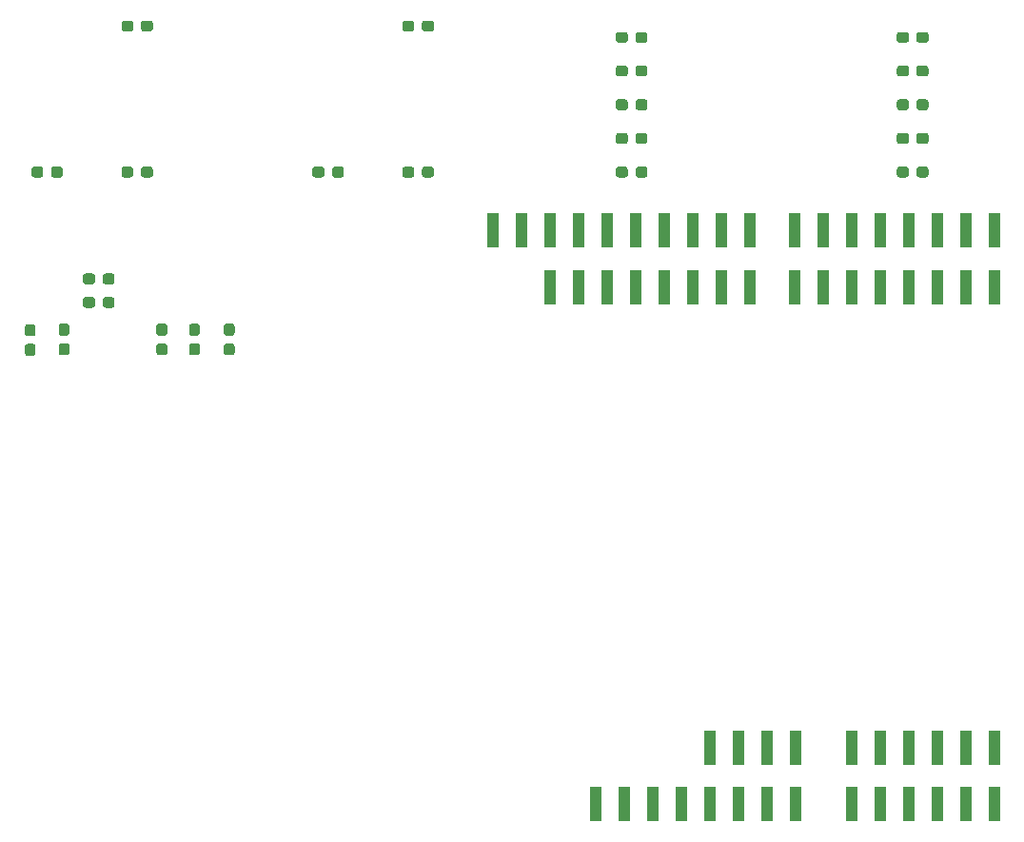
<source format=gbr>
G04 #@! TF.GenerationSoftware,KiCad,Pcbnew,(5.1.4)-1*
G04 #@! TF.CreationDate,2019-11-16T11:12:50+01:00*
G04 #@! TF.ProjectId,fpga_pedal,66706761-5f70-4656-9461-6c2e6b696361,rev?*
G04 #@! TF.SameCoordinates,Original*
G04 #@! TF.FileFunction,Paste,Bot*
G04 #@! TF.FilePolarity,Positive*
%FSLAX46Y46*%
G04 Gerber Fmt 4.6, Leading zero omitted, Abs format (unit mm)*
G04 Created by KiCad (PCBNEW (5.1.4)-1) date 2019-11-16 11:12:50*
%MOMM*%
%LPD*%
G04 APERTURE LIST*
%ADD10C,0.100000*%
%ADD11C,0.950000*%
%ADD12R,1.000000X3.150000*%
G04 APERTURE END LIST*
D10*
G36*
X225685779Y-62726144D02*
G01*
X225708834Y-62729563D01*
X225731443Y-62735227D01*
X225753387Y-62743079D01*
X225774457Y-62753044D01*
X225794448Y-62765026D01*
X225813168Y-62778910D01*
X225830438Y-62794562D01*
X225846090Y-62811832D01*
X225859974Y-62830552D01*
X225871956Y-62850543D01*
X225881921Y-62871613D01*
X225889773Y-62893557D01*
X225895437Y-62916166D01*
X225898856Y-62939221D01*
X225900000Y-62962500D01*
X225900000Y-63437500D01*
X225898856Y-63460779D01*
X225895437Y-63483834D01*
X225889773Y-63506443D01*
X225881921Y-63528387D01*
X225871956Y-63549457D01*
X225859974Y-63569448D01*
X225846090Y-63588168D01*
X225830438Y-63605438D01*
X225813168Y-63621090D01*
X225794448Y-63634974D01*
X225774457Y-63646956D01*
X225753387Y-63656921D01*
X225731443Y-63664773D01*
X225708834Y-63670437D01*
X225685779Y-63673856D01*
X225662500Y-63675000D01*
X225087500Y-63675000D01*
X225064221Y-63673856D01*
X225041166Y-63670437D01*
X225018557Y-63664773D01*
X224996613Y-63656921D01*
X224975543Y-63646956D01*
X224955552Y-63634974D01*
X224936832Y-63621090D01*
X224919562Y-63605438D01*
X224903910Y-63588168D01*
X224890026Y-63569448D01*
X224878044Y-63549457D01*
X224868079Y-63528387D01*
X224860227Y-63506443D01*
X224854563Y-63483834D01*
X224851144Y-63460779D01*
X224850000Y-63437500D01*
X224850000Y-62962500D01*
X224851144Y-62939221D01*
X224854563Y-62916166D01*
X224860227Y-62893557D01*
X224868079Y-62871613D01*
X224878044Y-62850543D01*
X224890026Y-62830552D01*
X224903910Y-62811832D01*
X224919562Y-62794562D01*
X224936832Y-62778910D01*
X224955552Y-62765026D01*
X224975543Y-62753044D01*
X224996613Y-62743079D01*
X225018557Y-62735227D01*
X225041166Y-62729563D01*
X225064221Y-62726144D01*
X225087500Y-62725000D01*
X225662500Y-62725000D01*
X225685779Y-62726144D01*
X225685779Y-62726144D01*
G37*
D11*
X225375000Y-63200000D03*
D10*
G36*
X223935779Y-62726144D02*
G01*
X223958834Y-62729563D01*
X223981443Y-62735227D01*
X224003387Y-62743079D01*
X224024457Y-62753044D01*
X224044448Y-62765026D01*
X224063168Y-62778910D01*
X224080438Y-62794562D01*
X224096090Y-62811832D01*
X224109974Y-62830552D01*
X224121956Y-62850543D01*
X224131921Y-62871613D01*
X224139773Y-62893557D01*
X224145437Y-62916166D01*
X224148856Y-62939221D01*
X224150000Y-62962500D01*
X224150000Y-63437500D01*
X224148856Y-63460779D01*
X224145437Y-63483834D01*
X224139773Y-63506443D01*
X224131921Y-63528387D01*
X224121956Y-63549457D01*
X224109974Y-63569448D01*
X224096090Y-63588168D01*
X224080438Y-63605438D01*
X224063168Y-63621090D01*
X224044448Y-63634974D01*
X224024457Y-63646956D01*
X224003387Y-63656921D01*
X223981443Y-63664773D01*
X223958834Y-63670437D01*
X223935779Y-63673856D01*
X223912500Y-63675000D01*
X223337500Y-63675000D01*
X223314221Y-63673856D01*
X223291166Y-63670437D01*
X223268557Y-63664773D01*
X223246613Y-63656921D01*
X223225543Y-63646956D01*
X223205552Y-63634974D01*
X223186832Y-63621090D01*
X223169562Y-63605438D01*
X223153910Y-63588168D01*
X223140026Y-63569448D01*
X223128044Y-63549457D01*
X223118079Y-63528387D01*
X223110227Y-63506443D01*
X223104563Y-63483834D01*
X223101144Y-63460779D01*
X223100000Y-63437500D01*
X223100000Y-62962500D01*
X223101144Y-62939221D01*
X223104563Y-62916166D01*
X223110227Y-62893557D01*
X223118079Y-62871613D01*
X223128044Y-62850543D01*
X223140026Y-62830552D01*
X223153910Y-62811832D01*
X223169562Y-62794562D01*
X223186832Y-62778910D01*
X223205552Y-62765026D01*
X223225543Y-62753044D01*
X223246613Y-62743079D01*
X223268557Y-62735227D01*
X223291166Y-62729563D01*
X223314221Y-62726144D01*
X223337500Y-62725000D01*
X223912500Y-62725000D01*
X223935779Y-62726144D01*
X223935779Y-62726144D01*
G37*
D11*
X223625000Y-63200000D03*
D12*
X196310000Y-125455000D03*
X211550000Y-120405000D03*
X214090000Y-125455000D03*
X206470000Y-120405000D03*
X211550000Y-125455000D03*
X214090000Y-120405000D03*
X201390000Y-125455000D03*
X209010000Y-120405000D03*
X206470000Y-125455000D03*
X198850000Y-125455000D03*
X203930000Y-125455000D03*
X209010000Y-125455000D03*
X221630000Y-125455000D03*
X229250000Y-125455000D03*
X231790000Y-125455000D03*
X219090000Y-120405000D03*
X226710000Y-125455000D03*
X231790000Y-120405000D03*
X229250000Y-120405000D03*
X224170000Y-125455000D03*
X224170000Y-120405000D03*
X226710000Y-120405000D03*
X219090000Y-125455000D03*
X221630000Y-120405000D03*
X199850000Y-79445000D03*
X202390000Y-74395000D03*
X207470000Y-74395000D03*
X210010000Y-79445000D03*
X187150000Y-74395000D03*
X194770000Y-74395000D03*
X192230000Y-79445000D03*
X207470000Y-79445000D03*
X202390000Y-79445000D03*
X204930000Y-74395000D03*
X189690000Y-74395000D03*
X197310000Y-74395000D03*
X199850000Y-74395000D03*
X194770000Y-79445000D03*
X204930000Y-79445000D03*
X197310000Y-79445000D03*
X210010000Y-74395000D03*
X192230000Y-74395000D03*
X224170000Y-79445000D03*
X231790000Y-74395000D03*
X229250000Y-79445000D03*
X231790000Y-79445000D03*
X221630000Y-74395000D03*
X224170000Y-74395000D03*
X226710000Y-79445000D03*
X229250000Y-74395000D03*
X226710000Y-74395000D03*
X214010000Y-74395000D03*
X216550000Y-79445000D03*
X216550000Y-74395000D03*
X219090000Y-79445000D03*
X219090000Y-74395000D03*
X221630000Y-79445000D03*
X214010000Y-79445000D03*
D10*
G36*
X153285779Y-80326144D02*
G01*
X153308834Y-80329563D01*
X153331443Y-80335227D01*
X153353387Y-80343079D01*
X153374457Y-80353044D01*
X153394448Y-80365026D01*
X153413168Y-80378910D01*
X153430438Y-80394562D01*
X153446090Y-80411832D01*
X153459974Y-80430552D01*
X153471956Y-80450543D01*
X153481921Y-80471613D01*
X153489773Y-80493557D01*
X153495437Y-80516166D01*
X153498856Y-80539221D01*
X153500000Y-80562500D01*
X153500000Y-81037500D01*
X153498856Y-81060779D01*
X153495437Y-81083834D01*
X153489773Y-81106443D01*
X153481921Y-81128387D01*
X153471956Y-81149457D01*
X153459974Y-81169448D01*
X153446090Y-81188168D01*
X153430438Y-81205438D01*
X153413168Y-81221090D01*
X153394448Y-81234974D01*
X153374457Y-81246956D01*
X153353387Y-81256921D01*
X153331443Y-81264773D01*
X153308834Y-81270437D01*
X153285779Y-81273856D01*
X153262500Y-81275000D01*
X152687500Y-81275000D01*
X152664221Y-81273856D01*
X152641166Y-81270437D01*
X152618557Y-81264773D01*
X152596613Y-81256921D01*
X152575543Y-81246956D01*
X152555552Y-81234974D01*
X152536832Y-81221090D01*
X152519562Y-81205438D01*
X152503910Y-81188168D01*
X152490026Y-81169448D01*
X152478044Y-81149457D01*
X152468079Y-81128387D01*
X152460227Y-81106443D01*
X152454563Y-81083834D01*
X152451144Y-81060779D01*
X152450000Y-81037500D01*
X152450000Y-80562500D01*
X152451144Y-80539221D01*
X152454563Y-80516166D01*
X152460227Y-80493557D01*
X152468079Y-80471613D01*
X152478044Y-80450543D01*
X152490026Y-80430552D01*
X152503910Y-80411832D01*
X152519562Y-80394562D01*
X152536832Y-80378910D01*
X152555552Y-80365026D01*
X152575543Y-80353044D01*
X152596613Y-80343079D01*
X152618557Y-80335227D01*
X152641166Y-80329563D01*
X152664221Y-80326144D01*
X152687500Y-80325000D01*
X153262500Y-80325000D01*
X153285779Y-80326144D01*
X153285779Y-80326144D01*
G37*
D11*
X152975000Y-80800000D03*
D10*
G36*
X151535779Y-80326144D02*
G01*
X151558834Y-80329563D01*
X151581443Y-80335227D01*
X151603387Y-80343079D01*
X151624457Y-80353044D01*
X151644448Y-80365026D01*
X151663168Y-80378910D01*
X151680438Y-80394562D01*
X151696090Y-80411832D01*
X151709974Y-80430552D01*
X151721956Y-80450543D01*
X151731921Y-80471613D01*
X151739773Y-80493557D01*
X151745437Y-80516166D01*
X151748856Y-80539221D01*
X151750000Y-80562500D01*
X151750000Y-81037500D01*
X151748856Y-81060779D01*
X151745437Y-81083834D01*
X151739773Y-81106443D01*
X151731921Y-81128387D01*
X151721956Y-81149457D01*
X151709974Y-81169448D01*
X151696090Y-81188168D01*
X151680438Y-81205438D01*
X151663168Y-81221090D01*
X151644448Y-81234974D01*
X151624457Y-81246956D01*
X151603387Y-81256921D01*
X151581443Y-81264773D01*
X151558834Y-81270437D01*
X151535779Y-81273856D01*
X151512500Y-81275000D01*
X150937500Y-81275000D01*
X150914221Y-81273856D01*
X150891166Y-81270437D01*
X150868557Y-81264773D01*
X150846613Y-81256921D01*
X150825543Y-81246956D01*
X150805552Y-81234974D01*
X150786832Y-81221090D01*
X150769562Y-81205438D01*
X150753910Y-81188168D01*
X150740026Y-81169448D01*
X150728044Y-81149457D01*
X150718079Y-81128387D01*
X150710227Y-81106443D01*
X150704563Y-81083834D01*
X150701144Y-81060779D01*
X150700000Y-81037500D01*
X150700000Y-80562500D01*
X150701144Y-80539221D01*
X150704563Y-80516166D01*
X150710227Y-80493557D01*
X150718079Y-80471613D01*
X150728044Y-80450543D01*
X150740026Y-80430552D01*
X150753910Y-80411832D01*
X150769562Y-80394562D01*
X150786832Y-80378910D01*
X150805552Y-80365026D01*
X150825543Y-80353044D01*
X150846613Y-80343079D01*
X150868557Y-80335227D01*
X150891166Y-80329563D01*
X150914221Y-80326144D01*
X150937500Y-80325000D01*
X151512500Y-80325000D01*
X151535779Y-80326144D01*
X151535779Y-80326144D01*
G37*
D11*
X151225000Y-80800000D03*
D10*
G36*
X146260779Y-84491144D02*
G01*
X146283834Y-84494563D01*
X146306443Y-84500227D01*
X146328387Y-84508079D01*
X146349457Y-84518044D01*
X146369448Y-84530026D01*
X146388168Y-84543910D01*
X146405438Y-84559562D01*
X146421090Y-84576832D01*
X146434974Y-84595552D01*
X146446956Y-84615543D01*
X146456921Y-84636613D01*
X146464773Y-84658557D01*
X146470437Y-84681166D01*
X146473856Y-84704221D01*
X146475000Y-84727500D01*
X146475000Y-85302500D01*
X146473856Y-85325779D01*
X146470437Y-85348834D01*
X146464773Y-85371443D01*
X146456921Y-85393387D01*
X146446956Y-85414457D01*
X146434974Y-85434448D01*
X146421090Y-85453168D01*
X146405438Y-85470438D01*
X146388168Y-85486090D01*
X146369448Y-85499974D01*
X146349457Y-85511956D01*
X146328387Y-85521921D01*
X146306443Y-85529773D01*
X146283834Y-85535437D01*
X146260779Y-85538856D01*
X146237500Y-85540000D01*
X145762500Y-85540000D01*
X145739221Y-85538856D01*
X145716166Y-85535437D01*
X145693557Y-85529773D01*
X145671613Y-85521921D01*
X145650543Y-85511956D01*
X145630552Y-85499974D01*
X145611832Y-85486090D01*
X145594562Y-85470438D01*
X145578910Y-85453168D01*
X145565026Y-85434448D01*
X145553044Y-85414457D01*
X145543079Y-85393387D01*
X145535227Y-85371443D01*
X145529563Y-85348834D01*
X145526144Y-85325779D01*
X145525000Y-85302500D01*
X145525000Y-84727500D01*
X145526144Y-84704221D01*
X145529563Y-84681166D01*
X145535227Y-84658557D01*
X145543079Y-84636613D01*
X145553044Y-84615543D01*
X145565026Y-84595552D01*
X145578910Y-84576832D01*
X145594562Y-84559562D01*
X145611832Y-84543910D01*
X145630552Y-84530026D01*
X145650543Y-84518044D01*
X145671613Y-84508079D01*
X145693557Y-84500227D01*
X145716166Y-84494563D01*
X145739221Y-84491144D01*
X145762500Y-84490000D01*
X146237500Y-84490000D01*
X146260779Y-84491144D01*
X146260779Y-84491144D01*
G37*
D11*
X146000000Y-85015000D03*
D10*
G36*
X146260779Y-82741144D02*
G01*
X146283834Y-82744563D01*
X146306443Y-82750227D01*
X146328387Y-82758079D01*
X146349457Y-82768044D01*
X146369448Y-82780026D01*
X146388168Y-82793910D01*
X146405438Y-82809562D01*
X146421090Y-82826832D01*
X146434974Y-82845552D01*
X146446956Y-82865543D01*
X146456921Y-82886613D01*
X146464773Y-82908557D01*
X146470437Y-82931166D01*
X146473856Y-82954221D01*
X146475000Y-82977500D01*
X146475000Y-83552500D01*
X146473856Y-83575779D01*
X146470437Y-83598834D01*
X146464773Y-83621443D01*
X146456921Y-83643387D01*
X146446956Y-83664457D01*
X146434974Y-83684448D01*
X146421090Y-83703168D01*
X146405438Y-83720438D01*
X146388168Y-83736090D01*
X146369448Y-83749974D01*
X146349457Y-83761956D01*
X146328387Y-83771921D01*
X146306443Y-83779773D01*
X146283834Y-83785437D01*
X146260779Y-83788856D01*
X146237500Y-83790000D01*
X145762500Y-83790000D01*
X145739221Y-83788856D01*
X145716166Y-83785437D01*
X145693557Y-83779773D01*
X145671613Y-83771921D01*
X145650543Y-83761956D01*
X145630552Y-83749974D01*
X145611832Y-83736090D01*
X145594562Y-83720438D01*
X145578910Y-83703168D01*
X145565026Y-83684448D01*
X145553044Y-83664457D01*
X145543079Y-83643387D01*
X145535227Y-83621443D01*
X145529563Y-83598834D01*
X145526144Y-83575779D01*
X145525000Y-83552500D01*
X145525000Y-82977500D01*
X145526144Y-82954221D01*
X145529563Y-82931166D01*
X145535227Y-82908557D01*
X145543079Y-82886613D01*
X145553044Y-82865543D01*
X145565026Y-82845552D01*
X145578910Y-82826832D01*
X145594562Y-82809562D01*
X145611832Y-82793910D01*
X145630552Y-82780026D01*
X145650543Y-82768044D01*
X145671613Y-82758079D01*
X145693557Y-82750227D01*
X145716166Y-82744563D01*
X145739221Y-82741144D01*
X145762500Y-82740000D01*
X146237500Y-82740000D01*
X146260779Y-82741144D01*
X146260779Y-82741144D01*
G37*
D11*
X146000000Y-83265000D03*
D10*
G36*
X157960779Y-84441144D02*
G01*
X157983834Y-84444563D01*
X158006443Y-84450227D01*
X158028387Y-84458079D01*
X158049457Y-84468044D01*
X158069448Y-84480026D01*
X158088168Y-84493910D01*
X158105438Y-84509562D01*
X158121090Y-84526832D01*
X158134974Y-84545552D01*
X158146956Y-84565543D01*
X158156921Y-84586613D01*
X158164773Y-84608557D01*
X158170437Y-84631166D01*
X158173856Y-84654221D01*
X158175000Y-84677500D01*
X158175000Y-85252500D01*
X158173856Y-85275779D01*
X158170437Y-85298834D01*
X158164773Y-85321443D01*
X158156921Y-85343387D01*
X158146956Y-85364457D01*
X158134974Y-85384448D01*
X158121090Y-85403168D01*
X158105438Y-85420438D01*
X158088168Y-85436090D01*
X158069448Y-85449974D01*
X158049457Y-85461956D01*
X158028387Y-85471921D01*
X158006443Y-85479773D01*
X157983834Y-85485437D01*
X157960779Y-85488856D01*
X157937500Y-85490000D01*
X157462500Y-85490000D01*
X157439221Y-85488856D01*
X157416166Y-85485437D01*
X157393557Y-85479773D01*
X157371613Y-85471921D01*
X157350543Y-85461956D01*
X157330552Y-85449974D01*
X157311832Y-85436090D01*
X157294562Y-85420438D01*
X157278910Y-85403168D01*
X157265026Y-85384448D01*
X157253044Y-85364457D01*
X157243079Y-85343387D01*
X157235227Y-85321443D01*
X157229563Y-85298834D01*
X157226144Y-85275779D01*
X157225000Y-85252500D01*
X157225000Y-84677500D01*
X157226144Y-84654221D01*
X157229563Y-84631166D01*
X157235227Y-84608557D01*
X157243079Y-84586613D01*
X157253044Y-84565543D01*
X157265026Y-84545552D01*
X157278910Y-84526832D01*
X157294562Y-84509562D01*
X157311832Y-84493910D01*
X157330552Y-84480026D01*
X157350543Y-84468044D01*
X157371613Y-84458079D01*
X157393557Y-84450227D01*
X157416166Y-84444563D01*
X157439221Y-84441144D01*
X157462500Y-84440000D01*
X157937500Y-84440000D01*
X157960779Y-84441144D01*
X157960779Y-84441144D01*
G37*
D11*
X157700000Y-84965000D03*
D10*
G36*
X157960779Y-82691144D02*
G01*
X157983834Y-82694563D01*
X158006443Y-82700227D01*
X158028387Y-82708079D01*
X158049457Y-82718044D01*
X158069448Y-82730026D01*
X158088168Y-82743910D01*
X158105438Y-82759562D01*
X158121090Y-82776832D01*
X158134974Y-82795552D01*
X158146956Y-82815543D01*
X158156921Y-82836613D01*
X158164773Y-82858557D01*
X158170437Y-82881166D01*
X158173856Y-82904221D01*
X158175000Y-82927500D01*
X158175000Y-83502500D01*
X158173856Y-83525779D01*
X158170437Y-83548834D01*
X158164773Y-83571443D01*
X158156921Y-83593387D01*
X158146956Y-83614457D01*
X158134974Y-83634448D01*
X158121090Y-83653168D01*
X158105438Y-83670438D01*
X158088168Y-83686090D01*
X158069448Y-83699974D01*
X158049457Y-83711956D01*
X158028387Y-83721921D01*
X158006443Y-83729773D01*
X157983834Y-83735437D01*
X157960779Y-83738856D01*
X157937500Y-83740000D01*
X157462500Y-83740000D01*
X157439221Y-83738856D01*
X157416166Y-83735437D01*
X157393557Y-83729773D01*
X157371613Y-83721921D01*
X157350543Y-83711956D01*
X157330552Y-83699974D01*
X157311832Y-83686090D01*
X157294562Y-83670438D01*
X157278910Y-83653168D01*
X157265026Y-83634448D01*
X157253044Y-83614457D01*
X157243079Y-83593387D01*
X157235227Y-83571443D01*
X157229563Y-83548834D01*
X157226144Y-83525779D01*
X157225000Y-83502500D01*
X157225000Y-82927500D01*
X157226144Y-82904221D01*
X157229563Y-82881166D01*
X157235227Y-82858557D01*
X157243079Y-82836613D01*
X157253044Y-82815543D01*
X157265026Y-82795552D01*
X157278910Y-82776832D01*
X157294562Y-82759562D01*
X157311832Y-82743910D01*
X157330552Y-82730026D01*
X157350543Y-82718044D01*
X157371613Y-82708079D01*
X157393557Y-82700227D01*
X157416166Y-82694563D01*
X157439221Y-82691144D01*
X157462500Y-82690000D01*
X157937500Y-82690000D01*
X157960779Y-82691144D01*
X157960779Y-82691144D01*
G37*
D11*
X157700000Y-83215000D03*
D10*
G36*
X163960779Y-84441144D02*
G01*
X163983834Y-84444563D01*
X164006443Y-84450227D01*
X164028387Y-84458079D01*
X164049457Y-84468044D01*
X164069448Y-84480026D01*
X164088168Y-84493910D01*
X164105438Y-84509562D01*
X164121090Y-84526832D01*
X164134974Y-84545552D01*
X164146956Y-84565543D01*
X164156921Y-84586613D01*
X164164773Y-84608557D01*
X164170437Y-84631166D01*
X164173856Y-84654221D01*
X164175000Y-84677500D01*
X164175000Y-85252500D01*
X164173856Y-85275779D01*
X164170437Y-85298834D01*
X164164773Y-85321443D01*
X164156921Y-85343387D01*
X164146956Y-85364457D01*
X164134974Y-85384448D01*
X164121090Y-85403168D01*
X164105438Y-85420438D01*
X164088168Y-85436090D01*
X164069448Y-85449974D01*
X164049457Y-85461956D01*
X164028387Y-85471921D01*
X164006443Y-85479773D01*
X163983834Y-85485437D01*
X163960779Y-85488856D01*
X163937500Y-85490000D01*
X163462500Y-85490000D01*
X163439221Y-85488856D01*
X163416166Y-85485437D01*
X163393557Y-85479773D01*
X163371613Y-85471921D01*
X163350543Y-85461956D01*
X163330552Y-85449974D01*
X163311832Y-85436090D01*
X163294562Y-85420438D01*
X163278910Y-85403168D01*
X163265026Y-85384448D01*
X163253044Y-85364457D01*
X163243079Y-85343387D01*
X163235227Y-85321443D01*
X163229563Y-85298834D01*
X163226144Y-85275779D01*
X163225000Y-85252500D01*
X163225000Y-84677500D01*
X163226144Y-84654221D01*
X163229563Y-84631166D01*
X163235227Y-84608557D01*
X163243079Y-84586613D01*
X163253044Y-84565543D01*
X163265026Y-84545552D01*
X163278910Y-84526832D01*
X163294562Y-84509562D01*
X163311832Y-84493910D01*
X163330552Y-84480026D01*
X163350543Y-84468044D01*
X163371613Y-84458079D01*
X163393557Y-84450227D01*
X163416166Y-84444563D01*
X163439221Y-84441144D01*
X163462500Y-84440000D01*
X163937500Y-84440000D01*
X163960779Y-84441144D01*
X163960779Y-84441144D01*
G37*
D11*
X163700000Y-84965000D03*
D10*
G36*
X163960779Y-82691144D02*
G01*
X163983834Y-82694563D01*
X164006443Y-82700227D01*
X164028387Y-82708079D01*
X164049457Y-82718044D01*
X164069448Y-82730026D01*
X164088168Y-82743910D01*
X164105438Y-82759562D01*
X164121090Y-82776832D01*
X164134974Y-82795552D01*
X164146956Y-82815543D01*
X164156921Y-82836613D01*
X164164773Y-82858557D01*
X164170437Y-82881166D01*
X164173856Y-82904221D01*
X164175000Y-82927500D01*
X164175000Y-83502500D01*
X164173856Y-83525779D01*
X164170437Y-83548834D01*
X164164773Y-83571443D01*
X164156921Y-83593387D01*
X164146956Y-83614457D01*
X164134974Y-83634448D01*
X164121090Y-83653168D01*
X164105438Y-83670438D01*
X164088168Y-83686090D01*
X164069448Y-83699974D01*
X164049457Y-83711956D01*
X164028387Y-83721921D01*
X164006443Y-83729773D01*
X163983834Y-83735437D01*
X163960779Y-83738856D01*
X163937500Y-83740000D01*
X163462500Y-83740000D01*
X163439221Y-83738856D01*
X163416166Y-83735437D01*
X163393557Y-83729773D01*
X163371613Y-83721921D01*
X163350543Y-83711956D01*
X163330552Y-83699974D01*
X163311832Y-83686090D01*
X163294562Y-83670438D01*
X163278910Y-83653168D01*
X163265026Y-83634448D01*
X163253044Y-83614457D01*
X163243079Y-83593387D01*
X163235227Y-83571443D01*
X163229563Y-83548834D01*
X163226144Y-83525779D01*
X163225000Y-83502500D01*
X163225000Y-82927500D01*
X163226144Y-82904221D01*
X163229563Y-82881166D01*
X163235227Y-82858557D01*
X163243079Y-82836613D01*
X163253044Y-82815543D01*
X163265026Y-82795552D01*
X163278910Y-82776832D01*
X163294562Y-82759562D01*
X163311832Y-82743910D01*
X163330552Y-82730026D01*
X163350543Y-82718044D01*
X163371613Y-82708079D01*
X163393557Y-82700227D01*
X163416166Y-82694563D01*
X163439221Y-82691144D01*
X163462500Y-82690000D01*
X163937500Y-82690000D01*
X163960779Y-82691144D01*
X163960779Y-82691144D01*
G37*
D11*
X163700000Y-83215000D03*
D10*
G36*
X153285779Y-78226144D02*
G01*
X153308834Y-78229563D01*
X153331443Y-78235227D01*
X153353387Y-78243079D01*
X153374457Y-78253044D01*
X153394448Y-78265026D01*
X153413168Y-78278910D01*
X153430438Y-78294562D01*
X153446090Y-78311832D01*
X153459974Y-78330552D01*
X153471956Y-78350543D01*
X153481921Y-78371613D01*
X153489773Y-78393557D01*
X153495437Y-78416166D01*
X153498856Y-78439221D01*
X153500000Y-78462500D01*
X153500000Y-78937500D01*
X153498856Y-78960779D01*
X153495437Y-78983834D01*
X153489773Y-79006443D01*
X153481921Y-79028387D01*
X153471956Y-79049457D01*
X153459974Y-79069448D01*
X153446090Y-79088168D01*
X153430438Y-79105438D01*
X153413168Y-79121090D01*
X153394448Y-79134974D01*
X153374457Y-79146956D01*
X153353387Y-79156921D01*
X153331443Y-79164773D01*
X153308834Y-79170437D01*
X153285779Y-79173856D01*
X153262500Y-79175000D01*
X152687500Y-79175000D01*
X152664221Y-79173856D01*
X152641166Y-79170437D01*
X152618557Y-79164773D01*
X152596613Y-79156921D01*
X152575543Y-79146956D01*
X152555552Y-79134974D01*
X152536832Y-79121090D01*
X152519562Y-79105438D01*
X152503910Y-79088168D01*
X152490026Y-79069448D01*
X152478044Y-79049457D01*
X152468079Y-79028387D01*
X152460227Y-79006443D01*
X152454563Y-78983834D01*
X152451144Y-78960779D01*
X152450000Y-78937500D01*
X152450000Y-78462500D01*
X152451144Y-78439221D01*
X152454563Y-78416166D01*
X152460227Y-78393557D01*
X152468079Y-78371613D01*
X152478044Y-78350543D01*
X152490026Y-78330552D01*
X152503910Y-78311832D01*
X152519562Y-78294562D01*
X152536832Y-78278910D01*
X152555552Y-78265026D01*
X152575543Y-78253044D01*
X152596613Y-78243079D01*
X152618557Y-78235227D01*
X152641166Y-78229563D01*
X152664221Y-78226144D01*
X152687500Y-78225000D01*
X153262500Y-78225000D01*
X153285779Y-78226144D01*
X153285779Y-78226144D01*
G37*
D11*
X152975000Y-78700000D03*
D10*
G36*
X151535779Y-78226144D02*
G01*
X151558834Y-78229563D01*
X151581443Y-78235227D01*
X151603387Y-78243079D01*
X151624457Y-78253044D01*
X151644448Y-78265026D01*
X151663168Y-78278910D01*
X151680438Y-78294562D01*
X151696090Y-78311832D01*
X151709974Y-78330552D01*
X151721956Y-78350543D01*
X151731921Y-78371613D01*
X151739773Y-78393557D01*
X151745437Y-78416166D01*
X151748856Y-78439221D01*
X151750000Y-78462500D01*
X151750000Y-78937500D01*
X151748856Y-78960779D01*
X151745437Y-78983834D01*
X151739773Y-79006443D01*
X151731921Y-79028387D01*
X151721956Y-79049457D01*
X151709974Y-79069448D01*
X151696090Y-79088168D01*
X151680438Y-79105438D01*
X151663168Y-79121090D01*
X151644448Y-79134974D01*
X151624457Y-79146956D01*
X151603387Y-79156921D01*
X151581443Y-79164773D01*
X151558834Y-79170437D01*
X151535779Y-79173856D01*
X151512500Y-79175000D01*
X150937500Y-79175000D01*
X150914221Y-79173856D01*
X150891166Y-79170437D01*
X150868557Y-79164773D01*
X150846613Y-79156921D01*
X150825543Y-79146956D01*
X150805552Y-79134974D01*
X150786832Y-79121090D01*
X150769562Y-79105438D01*
X150753910Y-79088168D01*
X150740026Y-79069448D01*
X150728044Y-79049457D01*
X150718079Y-79028387D01*
X150710227Y-79006443D01*
X150704563Y-78983834D01*
X150701144Y-78960779D01*
X150700000Y-78937500D01*
X150700000Y-78462500D01*
X150701144Y-78439221D01*
X150704563Y-78416166D01*
X150710227Y-78393557D01*
X150718079Y-78371613D01*
X150728044Y-78350543D01*
X150740026Y-78330552D01*
X150753910Y-78311832D01*
X150769562Y-78294562D01*
X150786832Y-78278910D01*
X150805552Y-78265026D01*
X150825543Y-78253044D01*
X150846613Y-78243079D01*
X150868557Y-78235227D01*
X150891166Y-78229563D01*
X150914221Y-78226144D01*
X150937500Y-78225000D01*
X151512500Y-78225000D01*
X151535779Y-78226144D01*
X151535779Y-78226144D01*
G37*
D11*
X151225000Y-78700000D03*
D10*
G36*
X160860779Y-84451144D02*
G01*
X160883834Y-84454563D01*
X160906443Y-84460227D01*
X160928387Y-84468079D01*
X160949457Y-84478044D01*
X160969448Y-84490026D01*
X160988168Y-84503910D01*
X161005438Y-84519562D01*
X161021090Y-84536832D01*
X161034974Y-84555552D01*
X161046956Y-84575543D01*
X161056921Y-84596613D01*
X161064773Y-84618557D01*
X161070437Y-84641166D01*
X161073856Y-84664221D01*
X161075000Y-84687500D01*
X161075000Y-85262500D01*
X161073856Y-85285779D01*
X161070437Y-85308834D01*
X161064773Y-85331443D01*
X161056921Y-85353387D01*
X161046956Y-85374457D01*
X161034974Y-85394448D01*
X161021090Y-85413168D01*
X161005438Y-85430438D01*
X160988168Y-85446090D01*
X160969448Y-85459974D01*
X160949457Y-85471956D01*
X160928387Y-85481921D01*
X160906443Y-85489773D01*
X160883834Y-85495437D01*
X160860779Y-85498856D01*
X160837500Y-85500000D01*
X160362500Y-85500000D01*
X160339221Y-85498856D01*
X160316166Y-85495437D01*
X160293557Y-85489773D01*
X160271613Y-85481921D01*
X160250543Y-85471956D01*
X160230552Y-85459974D01*
X160211832Y-85446090D01*
X160194562Y-85430438D01*
X160178910Y-85413168D01*
X160165026Y-85394448D01*
X160153044Y-85374457D01*
X160143079Y-85353387D01*
X160135227Y-85331443D01*
X160129563Y-85308834D01*
X160126144Y-85285779D01*
X160125000Y-85262500D01*
X160125000Y-84687500D01*
X160126144Y-84664221D01*
X160129563Y-84641166D01*
X160135227Y-84618557D01*
X160143079Y-84596613D01*
X160153044Y-84575543D01*
X160165026Y-84555552D01*
X160178910Y-84536832D01*
X160194562Y-84519562D01*
X160211832Y-84503910D01*
X160230552Y-84490026D01*
X160250543Y-84478044D01*
X160271613Y-84468079D01*
X160293557Y-84460227D01*
X160316166Y-84454563D01*
X160339221Y-84451144D01*
X160362500Y-84450000D01*
X160837500Y-84450000D01*
X160860779Y-84451144D01*
X160860779Y-84451144D01*
G37*
D11*
X160600000Y-84975000D03*
D10*
G36*
X160860779Y-82701144D02*
G01*
X160883834Y-82704563D01*
X160906443Y-82710227D01*
X160928387Y-82718079D01*
X160949457Y-82728044D01*
X160969448Y-82740026D01*
X160988168Y-82753910D01*
X161005438Y-82769562D01*
X161021090Y-82786832D01*
X161034974Y-82805552D01*
X161046956Y-82825543D01*
X161056921Y-82846613D01*
X161064773Y-82868557D01*
X161070437Y-82891166D01*
X161073856Y-82914221D01*
X161075000Y-82937500D01*
X161075000Y-83512500D01*
X161073856Y-83535779D01*
X161070437Y-83558834D01*
X161064773Y-83581443D01*
X161056921Y-83603387D01*
X161046956Y-83624457D01*
X161034974Y-83644448D01*
X161021090Y-83663168D01*
X161005438Y-83680438D01*
X160988168Y-83696090D01*
X160969448Y-83709974D01*
X160949457Y-83721956D01*
X160928387Y-83731921D01*
X160906443Y-83739773D01*
X160883834Y-83745437D01*
X160860779Y-83748856D01*
X160837500Y-83750000D01*
X160362500Y-83750000D01*
X160339221Y-83748856D01*
X160316166Y-83745437D01*
X160293557Y-83739773D01*
X160271613Y-83731921D01*
X160250543Y-83721956D01*
X160230552Y-83709974D01*
X160211832Y-83696090D01*
X160194562Y-83680438D01*
X160178910Y-83663168D01*
X160165026Y-83644448D01*
X160153044Y-83624457D01*
X160143079Y-83603387D01*
X160135227Y-83581443D01*
X160129563Y-83558834D01*
X160126144Y-83535779D01*
X160125000Y-83512500D01*
X160125000Y-82937500D01*
X160126144Y-82914221D01*
X160129563Y-82891166D01*
X160135227Y-82868557D01*
X160143079Y-82846613D01*
X160153044Y-82825543D01*
X160165026Y-82805552D01*
X160178910Y-82786832D01*
X160194562Y-82769562D01*
X160211832Y-82753910D01*
X160230552Y-82740026D01*
X160250543Y-82728044D01*
X160271613Y-82718079D01*
X160293557Y-82710227D01*
X160316166Y-82704563D01*
X160339221Y-82701144D01*
X160362500Y-82700000D01*
X160837500Y-82700000D01*
X160860779Y-82701144D01*
X160860779Y-82701144D01*
G37*
D11*
X160600000Y-83225000D03*
D10*
G36*
X149260779Y-82691144D02*
G01*
X149283834Y-82694563D01*
X149306443Y-82700227D01*
X149328387Y-82708079D01*
X149349457Y-82718044D01*
X149369448Y-82730026D01*
X149388168Y-82743910D01*
X149405438Y-82759562D01*
X149421090Y-82776832D01*
X149434974Y-82795552D01*
X149446956Y-82815543D01*
X149456921Y-82836613D01*
X149464773Y-82858557D01*
X149470437Y-82881166D01*
X149473856Y-82904221D01*
X149475000Y-82927500D01*
X149475000Y-83502500D01*
X149473856Y-83525779D01*
X149470437Y-83548834D01*
X149464773Y-83571443D01*
X149456921Y-83593387D01*
X149446956Y-83614457D01*
X149434974Y-83634448D01*
X149421090Y-83653168D01*
X149405438Y-83670438D01*
X149388168Y-83686090D01*
X149369448Y-83699974D01*
X149349457Y-83711956D01*
X149328387Y-83721921D01*
X149306443Y-83729773D01*
X149283834Y-83735437D01*
X149260779Y-83738856D01*
X149237500Y-83740000D01*
X148762500Y-83740000D01*
X148739221Y-83738856D01*
X148716166Y-83735437D01*
X148693557Y-83729773D01*
X148671613Y-83721921D01*
X148650543Y-83711956D01*
X148630552Y-83699974D01*
X148611832Y-83686090D01*
X148594562Y-83670438D01*
X148578910Y-83653168D01*
X148565026Y-83634448D01*
X148553044Y-83614457D01*
X148543079Y-83593387D01*
X148535227Y-83571443D01*
X148529563Y-83548834D01*
X148526144Y-83525779D01*
X148525000Y-83502500D01*
X148525000Y-82927500D01*
X148526144Y-82904221D01*
X148529563Y-82881166D01*
X148535227Y-82858557D01*
X148543079Y-82836613D01*
X148553044Y-82815543D01*
X148565026Y-82795552D01*
X148578910Y-82776832D01*
X148594562Y-82759562D01*
X148611832Y-82743910D01*
X148630552Y-82730026D01*
X148650543Y-82718044D01*
X148671613Y-82708079D01*
X148693557Y-82700227D01*
X148716166Y-82694563D01*
X148739221Y-82691144D01*
X148762500Y-82690000D01*
X149237500Y-82690000D01*
X149260779Y-82691144D01*
X149260779Y-82691144D01*
G37*
D11*
X149000000Y-83215000D03*
D10*
G36*
X149260779Y-84441144D02*
G01*
X149283834Y-84444563D01*
X149306443Y-84450227D01*
X149328387Y-84458079D01*
X149349457Y-84468044D01*
X149369448Y-84480026D01*
X149388168Y-84493910D01*
X149405438Y-84509562D01*
X149421090Y-84526832D01*
X149434974Y-84545552D01*
X149446956Y-84565543D01*
X149456921Y-84586613D01*
X149464773Y-84608557D01*
X149470437Y-84631166D01*
X149473856Y-84654221D01*
X149475000Y-84677500D01*
X149475000Y-85252500D01*
X149473856Y-85275779D01*
X149470437Y-85298834D01*
X149464773Y-85321443D01*
X149456921Y-85343387D01*
X149446956Y-85364457D01*
X149434974Y-85384448D01*
X149421090Y-85403168D01*
X149405438Y-85420438D01*
X149388168Y-85436090D01*
X149369448Y-85449974D01*
X149349457Y-85461956D01*
X149328387Y-85471921D01*
X149306443Y-85479773D01*
X149283834Y-85485437D01*
X149260779Y-85488856D01*
X149237500Y-85490000D01*
X148762500Y-85490000D01*
X148739221Y-85488856D01*
X148716166Y-85485437D01*
X148693557Y-85479773D01*
X148671613Y-85471921D01*
X148650543Y-85461956D01*
X148630552Y-85449974D01*
X148611832Y-85436090D01*
X148594562Y-85420438D01*
X148578910Y-85403168D01*
X148565026Y-85384448D01*
X148553044Y-85364457D01*
X148543079Y-85343387D01*
X148535227Y-85321443D01*
X148529563Y-85298834D01*
X148526144Y-85275779D01*
X148525000Y-85252500D01*
X148525000Y-84677500D01*
X148526144Y-84654221D01*
X148529563Y-84631166D01*
X148535227Y-84608557D01*
X148543079Y-84586613D01*
X148553044Y-84565543D01*
X148565026Y-84545552D01*
X148578910Y-84526832D01*
X148594562Y-84509562D01*
X148611832Y-84493910D01*
X148630552Y-84480026D01*
X148650543Y-84468044D01*
X148671613Y-84458079D01*
X148693557Y-84450227D01*
X148716166Y-84444563D01*
X148739221Y-84441144D01*
X148762500Y-84440000D01*
X149237500Y-84440000D01*
X149260779Y-84441144D01*
X149260779Y-84441144D01*
G37*
D11*
X149000000Y-84965000D03*
D10*
G36*
X200685779Y-65726144D02*
G01*
X200708834Y-65729563D01*
X200731443Y-65735227D01*
X200753387Y-65743079D01*
X200774457Y-65753044D01*
X200794448Y-65765026D01*
X200813168Y-65778910D01*
X200830438Y-65794562D01*
X200846090Y-65811832D01*
X200859974Y-65830552D01*
X200871956Y-65850543D01*
X200881921Y-65871613D01*
X200889773Y-65893557D01*
X200895437Y-65916166D01*
X200898856Y-65939221D01*
X200900000Y-65962500D01*
X200900000Y-66437500D01*
X200898856Y-66460779D01*
X200895437Y-66483834D01*
X200889773Y-66506443D01*
X200881921Y-66528387D01*
X200871956Y-66549457D01*
X200859974Y-66569448D01*
X200846090Y-66588168D01*
X200830438Y-66605438D01*
X200813168Y-66621090D01*
X200794448Y-66634974D01*
X200774457Y-66646956D01*
X200753387Y-66656921D01*
X200731443Y-66664773D01*
X200708834Y-66670437D01*
X200685779Y-66673856D01*
X200662500Y-66675000D01*
X200087500Y-66675000D01*
X200064221Y-66673856D01*
X200041166Y-66670437D01*
X200018557Y-66664773D01*
X199996613Y-66656921D01*
X199975543Y-66646956D01*
X199955552Y-66634974D01*
X199936832Y-66621090D01*
X199919562Y-66605438D01*
X199903910Y-66588168D01*
X199890026Y-66569448D01*
X199878044Y-66549457D01*
X199868079Y-66528387D01*
X199860227Y-66506443D01*
X199854563Y-66483834D01*
X199851144Y-66460779D01*
X199850000Y-66437500D01*
X199850000Y-65962500D01*
X199851144Y-65939221D01*
X199854563Y-65916166D01*
X199860227Y-65893557D01*
X199868079Y-65871613D01*
X199878044Y-65850543D01*
X199890026Y-65830552D01*
X199903910Y-65811832D01*
X199919562Y-65794562D01*
X199936832Y-65778910D01*
X199955552Y-65765026D01*
X199975543Y-65753044D01*
X199996613Y-65743079D01*
X200018557Y-65735227D01*
X200041166Y-65729563D01*
X200064221Y-65726144D01*
X200087500Y-65725000D01*
X200662500Y-65725000D01*
X200685779Y-65726144D01*
X200685779Y-65726144D01*
G37*
D11*
X200375000Y-66200000D03*
D10*
G36*
X198935779Y-65726144D02*
G01*
X198958834Y-65729563D01*
X198981443Y-65735227D01*
X199003387Y-65743079D01*
X199024457Y-65753044D01*
X199044448Y-65765026D01*
X199063168Y-65778910D01*
X199080438Y-65794562D01*
X199096090Y-65811832D01*
X199109974Y-65830552D01*
X199121956Y-65850543D01*
X199131921Y-65871613D01*
X199139773Y-65893557D01*
X199145437Y-65916166D01*
X199148856Y-65939221D01*
X199150000Y-65962500D01*
X199150000Y-66437500D01*
X199148856Y-66460779D01*
X199145437Y-66483834D01*
X199139773Y-66506443D01*
X199131921Y-66528387D01*
X199121956Y-66549457D01*
X199109974Y-66569448D01*
X199096090Y-66588168D01*
X199080438Y-66605438D01*
X199063168Y-66621090D01*
X199044448Y-66634974D01*
X199024457Y-66646956D01*
X199003387Y-66656921D01*
X198981443Y-66664773D01*
X198958834Y-66670437D01*
X198935779Y-66673856D01*
X198912500Y-66675000D01*
X198337500Y-66675000D01*
X198314221Y-66673856D01*
X198291166Y-66670437D01*
X198268557Y-66664773D01*
X198246613Y-66656921D01*
X198225543Y-66646956D01*
X198205552Y-66634974D01*
X198186832Y-66621090D01*
X198169562Y-66605438D01*
X198153910Y-66588168D01*
X198140026Y-66569448D01*
X198128044Y-66549457D01*
X198118079Y-66528387D01*
X198110227Y-66506443D01*
X198104563Y-66483834D01*
X198101144Y-66460779D01*
X198100000Y-66437500D01*
X198100000Y-65962500D01*
X198101144Y-65939221D01*
X198104563Y-65916166D01*
X198110227Y-65893557D01*
X198118079Y-65871613D01*
X198128044Y-65850543D01*
X198140026Y-65830552D01*
X198153910Y-65811832D01*
X198169562Y-65794562D01*
X198186832Y-65778910D01*
X198205552Y-65765026D01*
X198225543Y-65753044D01*
X198246613Y-65743079D01*
X198268557Y-65735227D01*
X198291166Y-65729563D01*
X198314221Y-65726144D01*
X198337500Y-65725000D01*
X198912500Y-65725000D01*
X198935779Y-65726144D01*
X198935779Y-65726144D01*
G37*
D11*
X198625000Y-66200000D03*
D10*
G36*
X223935779Y-65726144D02*
G01*
X223958834Y-65729563D01*
X223981443Y-65735227D01*
X224003387Y-65743079D01*
X224024457Y-65753044D01*
X224044448Y-65765026D01*
X224063168Y-65778910D01*
X224080438Y-65794562D01*
X224096090Y-65811832D01*
X224109974Y-65830552D01*
X224121956Y-65850543D01*
X224131921Y-65871613D01*
X224139773Y-65893557D01*
X224145437Y-65916166D01*
X224148856Y-65939221D01*
X224150000Y-65962500D01*
X224150000Y-66437500D01*
X224148856Y-66460779D01*
X224145437Y-66483834D01*
X224139773Y-66506443D01*
X224131921Y-66528387D01*
X224121956Y-66549457D01*
X224109974Y-66569448D01*
X224096090Y-66588168D01*
X224080438Y-66605438D01*
X224063168Y-66621090D01*
X224044448Y-66634974D01*
X224024457Y-66646956D01*
X224003387Y-66656921D01*
X223981443Y-66664773D01*
X223958834Y-66670437D01*
X223935779Y-66673856D01*
X223912500Y-66675000D01*
X223337500Y-66675000D01*
X223314221Y-66673856D01*
X223291166Y-66670437D01*
X223268557Y-66664773D01*
X223246613Y-66656921D01*
X223225543Y-66646956D01*
X223205552Y-66634974D01*
X223186832Y-66621090D01*
X223169562Y-66605438D01*
X223153910Y-66588168D01*
X223140026Y-66569448D01*
X223128044Y-66549457D01*
X223118079Y-66528387D01*
X223110227Y-66506443D01*
X223104563Y-66483834D01*
X223101144Y-66460779D01*
X223100000Y-66437500D01*
X223100000Y-65962500D01*
X223101144Y-65939221D01*
X223104563Y-65916166D01*
X223110227Y-65893557D01*
X223118079Y-65871613D01*
X223128044Y-65850543D01*
X223140026Y-65830552D01*
X223153910Y-65811832D01*
X223169562Y-65794562D01*
X223186832Y-65778910D01*
X223205552Y-65765026D01*
X223225543Y-65753044D01*
X223246613Y-65743079D01*
X223268557Y-65735227D01*
X223291166Y-65729563D01*
X223314221Y-65726144D01*
X223337500Y-65725000D01*
X223912500Y-65725000D01*
X223935779Y-65726144D01*
X223935779Y-65726144D01*
G37*
D11*
X223625000Y-66200000D03*
D10*
G36*
X225685779Y-65726144D02*
G01*
X225708834Y-65729563D01*
X225731443Y-65735227D01*
X225753387Y-65743079D01*
X225774457Y-65753044D01*
X225794448Y-65765026D01*
X225813168Y-65778910D01*
X225830438Y-65794562D01*
X225846090Y-65811832D01*
X225859974Y-65830552D01*
X225871956Y-65850543D01*
X225881921Y-65871613D01*
X225889773Y-65893557D01*
X225895437Y-65916166D01*
X225898856Y-65939221D01*
X225900000Y-65962500D01*
X225900000Y-66437500D01*
X225898856Y-66460779D01*
X225895437Y-66483834D01*
X225889773Y-66506443D01*
X225881921Y-66528387D01*
X225871956Y-66549457D01*
X225859974Y-66569448D01*
X225846090Y-66588168D01*
X225830438Y-66605438D01*
X225813168Y-66621090D01*
X225794448Y-66634974D01*
X225774457Y-66646956D01*
X225753387Y-66656921D01*
X225731443Y-66664773D01*
X225708834Y-66670437D01*
X225685779Y-66673856D01*
X225662500Y-66675000D01*
X225087500Y-66675000D01*
X225064221Y-66673856D01*
X225041166Y-66670437D01*
X225018557Y-66664773D01*
X224996613Y-66656921D01*
X224975543Y-66646956D01*
X224955552Y-66634974D01*
X224936832Y-66621090D01*
X224919562Y-66605438D01*
X224903910Y-66588168D01*
X224890026Y-66569448D01*
X224878044Y-66549457D01*
X224868079Y-66528387D01*
X224860227Y-66506443D01*
X224854563Y-66483834D01*
X224851144Y-66460779D01*
X224850000Y-66437500D01*
X224850000Y-65962500D01*
X224851144Y-65939221D01*
X224854563Y-65916166D01*
X224860227Y-65893557D01*
X224868079Y-65871613D01*
X224878044Y-65850543D01*
X224890026Y-65830552D01*
X224903910Y-65811832D01*
X224919562Y-65794562D01*
X224936832Y-65778910D01*
X224955552Y-65765026D01*
X224975543Y-65753044D01*
X224996613Y-65743079D01*
X225018557Y-65735227D01*
X225041166Y-65729563D01*
X225064221Y-65726144D01*
X225087500Y-65725000D01*
X225662500Y-65725000D01*
X225685779Y-65726144D01*
X225685779Y-65726144D01*
G37*
D11*
X225375000Y-66200000D03*
D10*
G36*
X198935779Y-62726144D02*
G01*
X198958834Y-62729563D01*
X198981443Y-62735227D01*
X199003387Y-62743079D01*
X199024457Y-62753044D01*
X199044448Y-62765026D01*
X199063168Y-62778910D01*
X199080438Y-62794562D01*
X199096090Y-62811832D01*
X199109974Y-62830552D01*
X199121956Y-62850543D01*
X199131921Y-62871613D01*
X199139773Y-62893557D01*
X199145437Y-62916166D01*
X199148856Y-62939221D01*
X199150000Y-62962500D01*
X199150000Y-63437500D01*
X199148856Y-63460779D01*
X199145437Y-63483834D01*
X199139773Y-63506443D01*
X199131921Y-63528387D01*
X199121956Y-63549457D01*
X199109974Y-63569448D01*
X199096090Y-63588168D01*
X199080438Y-63605438D01*
X199063168Y-63621090D01*
X199044448Y-63634974D01*
X199024457Y-63646956D01*
X199003387Y-63656921D01*
X198981443Y-63664773D01*
X198958834Y-63670437D01*
X198935779Y-63673856D01*
X198912500Y-63675000D01*
X198337500Y-63675000D01*
X198314221Y-63673856D01*
X198291166Y-63670437D01*
X198268557Y-63664773D01*
X198246613Y-63656921D01*
X198225543Y-63646956D01*
X198205552Y-63634974D01*
X198186832Y-63621090D01*
X198169562Y-63605438D01*
X198153910Y-63588168D01*
X198140026Y-63569448D01*
X198128044Y-63549457D01*
X198118079Y-63528387D01*
X198110227Y-63506443D01*
X198104563Y-63483834D01*
X198101144Y-63460779D01*
X198100000Y-63437500D01*
X198100000Y-62962500D01*
X198101144Y-62939221D01*
X198104563Y-62916166D01*
X198110227Y-62893557D01*
X198118079Y-62871613D01*
X198128044Y-62850543D01*
X198140026Y-62830552D01*
X198153910Y-62811832D01*
X198169562Y-62794562D01*
X198186832Y-62778910D01*
X198205552Y-62765026D01*
X198225543Y-62753044D01*
X198246613Y-62743079D01*
X198268557Y-62735227D01*
X198291166Y-62729563D01*
X198314221Y-62726144D01*
X198337500Y-62725000D01*
X198912500Y-62725000D01*
X198935779Y-62726144D01*
X198935779Y-62726144D01*
G37*
D11*
X198625000Y-63200000D03*
D10*
G36*
X200685779Y-62726144D02*
G01*
X200708834Y-62729563D01*
X200731443Y-62735227D01*
X200753387Y-62743079D01*
X200774457Y-62753044D01*
X200794448Y-62765026D01*
X200813168Y-62778910D01*
X200830438Y-62794562D01*
X200846090Y-62811832D01*
X200859974Y-62830552D01*
X200871956Y-62850543D01*
X200881921Y-62871613D01*
X200889773Y-62893557D01*
X200895437Y-62916166D01*
X200898856Y-62939221D01*
X200900000Y-62962500D01*
X200900000Y-63437500D01*
X200898856Y-63460779D01*
X200895437Y-63483834D01*
X200889773Y-63506443D01*
X200881921Y-63528387D01*
X200871956Y-63549457D01*
X200859974Y-63569448D01*
X200846090Y-63588168D01*
X200830438Y-63605438D01*
X200813168Y-63621090D01*
X200794448Y-63634974D01*
X200774457Y-63646956D01*
X200753387Y-63656921D01*
X200731443Y-63664773D01*
X200708834Y-63670437D01*
X200685779Y-63673856D01*
X200662500Y-63675000D01*
X200087500Y-63675000D01*
X200064221Y-63673856D01*
X200041166Y-63670437D01*
X200018557Y-63664773D01*
X199996613Y-63656921D01*
X199975543Y-63646956D01*
X199955552Y-63634974D01*
X199936832Y-63621090D01*
X199919562Y-63605438D01*
X199903910Y-63588168D01*
X199890026Y-63569448D01*
X199878044Y-63549457D01*
X199868079Y-63528387D01*
X199860227Y-63506443D01*
X199854563Y-63483834D01*
X199851144Y-63460779D01*
X199850000Y-63437500D01*
X199850000Y-62962500D01*
X199851144Y-62939221D01*
X199854563Y-62916166D01*
X199860227Y-62893557D01*
X199868079Y-62871613D01*
X199878044Y-62850543D01*
X199890026Y-62830552D01*
X199903910Y-62811832D01*
X199919562Y-62794562D01*
X199936832Y-62778910D01*
X199955552Y-62765026D01*
X199975543Y-62753044D01*
X199996613Y-62743079D01*
X200018557Y-62735227D01*
X200041166Y-62729563D01*
X200064221Y-62726144D01*
X200087500Y-62725000D01*
X200662500Y-62725000D01*
X200685779Y-62726144D01*
X200685779Y-62726144D01*
G37*
D11*
X200375000Y-63200000D03*
D10*
G36*
X156685779Y-68726144D02*
G01*
X156708834Y-68729563D01*
X156731443Y-68735227D01*
X156753387Y-68743079D01*
X156774457Y-68753044D01*
X156794448Y-68765026D01*
X156813168Y-68778910D01*
X156830438Y-68794562D01*
X156846090Y-68811832D01*
X156859974Y-68830552D01*
X156871956Y-68850543D01*
X156881921Y-68871613D01*
X156889773Y-68893557D01*
X156895437Y-68916166D01*
X156898856Y-68939221D01*
X156900000Y-68962500D01*
X156900000Y-69437500D01*
X156898856Y-69460779D01*
X156895437Y-69483834D01*
X156889773Y-69506443D01*
X156881921Y-69528387D01*
X156871956Y-69549457D01*
X156859974Y-69569448D01*
X156846090Y-69588168D01*
X156830438Y-69605438D01*
X156813168Y-69621090D01*
X156794448Y-69634974D01*
X156774457Y-69646956D01*
X156753387Y-69656921D01*
X156731443Y-69664773D01*
X156708834Y-69670437D01*
X156685779Y-69673856D01*
X156662500Y-69675000D01*
X156087500Y-69675000D01*
X156064221Y-69673856D01*
X156041166Y-69670437D01*
X156018557Y-69664773D01*
X155996613Y-69656921D01*
X155975543Y-69646956D01*
X155955552Y-69634974D01*
X155936832Y-69621090D01*
X155919562Y-69605438D01*
X155903910Y-69588168D01*
X155890026Y-69569448D01*
X155878044Y-69549457D01*
X155868079Y-69528387D01*
X155860227Y-69506443D01*
X155854563Y-69483834D01*
X155851144Y-69460779D01*
X155850000Y-69437500D01*
X155850000Y-68962500D01*
X155851144Y-68939221D01*
X155854563Y-68916166D01*
X155860227Y-68893557D01*
X155868079Y-68871613D01*
X155878044Y-68850543D01*
X155890026Y-68830552D01*
X155903910Y-68811832D01*
X155919562Y-68794562D01*
X155936832Y-68778910D01*
X155955552Y-68765026D01*
X155975543Y-68753044D01*
X155996613Y-68743079D01*
X156018557Y-68735227D01*
X156041166Y-68729563D01*
X156064221Y-68726144D01*
X156087500Y-68725000D01*
X156662500Y-68725000D01*
X156685779Y-68726144D01*
X156685779Y-68726144D01*
G37*
D11*
X156375000Y-69200000D03*
D10*
G36*
X154935779Y-68726144D02*
G01*
X154958834Y-68729563D01*
X154981443Y-68735227D01*
X155003387Y-68743079D01*
X155024457Y-68753044D01*
X155044448Y-68765026D01*
X155063168Y-68778910D01*
X155080438Y-68794562D01*
X155096090Y-68811832D01*
X155109974Y-68830552D01*
X155121956Y-68850543D01*
X155131921Y-68871613D01*
X155139773Y-68893557D01*
X155145437Y-68916166D01*
X155148856Y-68939221D01*
X155150000Y-68962500D01*
X155150000Y-69437500D01*
X155148856Y-69460779D01*
X155145437Y-69483834D01*
X155139773Y-69506443D01*
X155131921Y-69528387D01*
X155121956Y-69549457D01*
X155109974Y-69569448D01*
X155096090Y-69588168D01*
X155080438Y-69605438D01*
X155063168Y-69621090D01*
X155044448Y-69634974D01*
X155024457Y-69646956D01*
X155003387Y-69656921D01*
X154981443Y-69664773D01*
X154958834Y-69670437D01*
X154935779Y-69673856D01*
X154912500Y-69675000D01*
X154337500Y-69675000D01*
X154314221Y-69673856D01*
X154291166Y-69670437D01*
X154268557Y-69664773D01*
X154246613Y-69656921D01*
X154225543Y-69646956D01*
X154205552Y-69634974D01*
X154186832Y-69621090D01*
X154169562Y-69605438D01*
X154153910Y-69588168D01*
X154140026Y-69569448D01*
X154128044Y-69549457D01*
X154118079Y-69528387D01*
X154110227Y-69506443D01*
X154104563Y-69483834D01*
X154101144Y-69460779D01*
X154100000Y-69437500D01*
X154100000Y-68962500D01*
X154101144Y-68939221D01*
X154104563Y-68916166D01*
X154110227Y-68893557D01*
X154118079Y-68871613D01*
X154128044Y-68850543D01*
X154140026Y-68830552D01*
X154153910Y-68811832D01*
X154169562Y-68794562D01*
X154186832Y-68778910D01*
X154205552Y-68765026D01*
X154225543Y-68753044D01*
X154246613Y-68743079D01*
X154268557Y-68735227D01*
X154291166Y-68729563D01*
X154314221Y-68726144D01*
X154337500Y-68725000D01*
X154912500Y-68725000D01*
X154935779Y-68726144D01*
X154935779Y-68726144D01*
G37*
D11*
X154625000Y-69200000D03*
D10*
G36*
X181685779Y-68726144D02*
G01*
X181708834Y-68729563D01*
X181731443Y-68735227D01*
X181753387Y-68743079D01*
X181774457Y-68753044D01*
X181794448Y-68765026D01*
X181813168Y-68778910D01*
X181830438Y-68794562D01*
X181846090Y-68811832D01*
X181859974Y-68830552D01*
X181871956Y-68850543D01*
X181881921Y-68871613D01*
X181889773Y-68893557D01*
X181895437Y-68916166D01*
X181898856Y-68939221D01*
X181900000Y-68962500D01*
X181900000Y-69437500D01*
X181898856Y-69460779D01*
X181895437Y-69483834D01*
X181889773Y-69506443D01*
X181881921Y-69528387D01*
X181871956Y-69549457D01*
X181859974Y-69569448D01*
X181846090Y-69588168D01*
X181830438Y-69605438D01*
X181813168Y-69621090D01*
X181794448Y-69634974D01*
X181774457Y-69646956D01*
X181753387Y-69656921D01*
X181731443Y-69664773D01*
X181708834Y-69670437D01*
X181685779Y-69673856D01*
X181662500Y-69675000D01*
X181087500Y-69675000D01*
X181064221Y-69673856D01*
X181041166Y-69670437D01*
X181018557Y-69664773D01*
X180996613Y-69656921D01*
X180975543Y-69646956D01*
X180955552Y-69634974D01*
X180936832Y-69621090D01*
X180919562Y-69605438D01*
X180903910Y-69588168D01*
X180890026Y-69569448D01*
X180878044Y-69549457D01*
X180868079Y-69528387D01*
X180860227Y-69506443D01*
X180854563Y-69483834D01*
X180851144Y-69460779D01*
X180850000Y-69437500D01*
X180850000Y-68962500D01*
X180851144Y-68939221D01*
X180854563Y-68916166D01*
X180860227Y-68893557D01*
X180868079Y-68871613D01*
X180878044Y-68850543D01*
X180890026Y-68830552D01*
X180903910Y-68811832D01*
X180919562Y-68794562D01*
X180936832Y-68778910D01*
X180955552Y-68765026D01*
X180975543Y-68753044D01*
X180996613Y-68743079D01*
X181018557Y-68735227D01*
X181041166Y-68729563D01*
X181064221Y-68726144D01*
X181087500Y-68725000D01*
X181662500Y-68725000D01*
X181685779Y-68726144D01*
X181685779Y-68726144D01*
G37*
D11*
X181375000Y-69200000D03*
D10*
G36*
X179935779Y-68726144D02*
G01*
X179958834Y-68729563D01*
X179981443Y-68735227D01*
X180003387Y-68743079D01*
X180024457Y-68753044D01*
X180044448Y-68765026D01*
X180063168Y-68778910D01*
X180080438Y-68794562D01*
X180096090Y-68811832D01*
X180109974Y-68830552D01*
X180121956Y-68850543D01*
X180131921Y-68871613D01*
X180139773Y-68893557D01*
X180145437Y-68916166D01*
X180148856Y-68939221D01*
X180150000Y-68962500D01*
X180150000Y-69437500D01*
X180148856Y-69460779D01*
X180145437Y-69483834D01*
X180139773Y-69506443D01*
X180131921Y-69528387D01*
X180121956Y-69549457D01*
X180109974Y-69569448D01*
X180096090Y-69588168D01*
X180080438Y-69605438D01*
X180063168Y-69621090D01*
X180044448Y-69634974D01*
X180024457Y-69646956D01*
X180003387Y-69656921D01*
X179981443Y-69664773D01*
X179958834Y-69670437D01*
X179935779Y-69673856D01*
X179912500Y-69675000D01*
X179337500Y-69675000D01*
X179314221Y-69673856D01*
X179291166Y-69670437D01*
X179268557Y-69664773D01*
X179246613Y-69656921D01*
X179225543Y-69646956D01*
X179205552Y-69634974D01*
X179186832Y-69621090D01*
X179169562Y-69605438D01*
X179153910Y-69588168D01*
X179140026Y-69569448D01*
X179128044Y-69549457D01*
X179118079Y-69528387D01*
X179110227Y-69506443D01*
X179104563Y-69483834D01*
X179101144Y-69460779D01*
X179100000Y-69437500D01*
X179100000Y-68962500D01*
X179101144Y-68939221D01*
X179104563Y-68916166D01*
X179110227Y-68893557D01*
X179118079Y-68871613D01*
X179128044Y-68850543D01*
X179140026Y-68830552D01*
X179153910Y-68811832D01*
X179169562Y-68794562D01*
X179186832Y-68778910D01*
X179205552Y-68765026D01*
X179225543Y-68753044D01*
X179246613Y-68743079D01*
X179268557Y-68735227D01*
X179291166Y-68729563D01*
X179314221Y-68726144D01*
X179337500Y-68725000D01*
X179912500Y-68725000D01*
X179935779Y-68726144D01*
X179935779Y-68726144D01*
G37*
D11*
X179625000Y-69200000D03*
D10*
G36*
X200685779Y-59726144D02*
G01*
X200708834Y-59729563D01*
X200731443Y-59735227D01*
X200753387Y-59743079D01*
X200774457Y-59753044D01*
X200794448Y-59765026D01*
X200813168Y-59778910D01*
X200830438Y-59794562D01*
X200846090Y-59811832D01*
X200859974Y-59830552D01*
X200871956Y-59850543D01*
X200881921Y-59871613D01*
X200889773Y-59893557D01*
X200895437Y-59916166D01*
X200898856Y-59939221D01*
X200900000Y-59962500D01*
X200900000Y-60437500D01*
X200898856Y-60460779D01*
X200895437Y-60483834D01*
X200889773Y-60506443D01*
X200881921Y-60528387D01*
X200871956Y-60549457D01*
X200859974Y-60569448D01*
X200846090Y-60588168D01*
X200830438Y-60605438D01*
X200813168Y-60621090D01*
X200794448Y-60634974D01*
X200774457Y-60646956D01*
X200753387Y-60656921D01*
X200731443Y-60664773D01*
X200708834Y-60670437D01*
X200685779Y-60673856D01*
X200662500Y-60675000D01*
X200087500Y-60675000D01*
X200064221Y-60673856D01*
X200041166Y-60670437D01*
X200018557Y-60664773D01*
X199996613Y-60656921D01*
X199975543Y-60646956D01*
X199955552Y-60634974D01*
X199936832Y-60621090D01*
X199919562Y-60605438D01*
X199903910Y-60588168D01*
X199890026Y-60569448D01*
X199878044Y-60549457D01*
X199868079Y-60528387D01*
X199860227Y-60506443D01*
X199854563Y-60483834D01*
X199851144Y-60460779D01*
X199850000Y-60437500D01*
X199850000Y-59962500D01*
X199851144Y-59939221D01*
X199854563Y-59916166D01*
X199860227Y-59893557D01*
X199868079Y-59871613D01*
X199878044Y-59850543D01*
X199890026Y-59830552D01*
X199903910Y-59811832D01*
X199919562Y-59794562D01*
X199936832Y-59778910D01*
X199955552Y-59765026D01*
X199975543Y-59753044D01*
X199996613Y-59743079D01*
X200018557Y-59735227D01*
X200041166Y-59729563D01*
X200064221Y-59726144D01*
X200087500Y-59725000D01*
X200662500Y-59725000D01*
X200685779Y-59726144D01*
X200685779Y-59726144D01*
G37*
D11*
X200375000Y-60200000D03*
D10*
G36*
X198935779Y-59726144D02*
G01*
X198958834Y-59729563D01*
X198981443Y-59735227D01*
X199003387Y-59743079D01*
X199024457Y-59753044D01*
X199044448Y-59765026D01*
X199063168Y-59778910D01*
X199080438Y-59794562D01*
X199096090Y-59811832D01*
X199109974Y-59830552D01*
X199121956Y-59850543D01*
X199131921Y-59871613D01*
X199139773Y-59893557D01*
X199145437Y-59916166D01*
X199148856Y-59939221D01*
X199150000Y-59962500D01*
X199150000Y-60437500D01*
X199148856Y-60460779D01*
X199145437Y-60483834D01*
X199139773Y-60506443D01*
X199131921Y-60528387D01*
X199121956Y-60549457D01*
X199109974Y-60569448D01*
X199096090Y-60588168D01*
X199080438Y-60605438D01*
X199063168Y-60621090D01*
X199044448Y-60634974D01*
X199024457Y-60646956D01*
X199003387Y-60656921D01*
X198981443Y-60664773D01*
X198958834Y-60670437D01*
X198935779Y-60673856D01*
X198912500Y-60675000D01*
X198337500Y-60675000D01*
X198314221Y-60673856D01*
X198291166Y-60670437D01*
X198268557Y-60664773D01*
X198246613Y-60656921D01*
X198225543Y-60646956D01*
X198205552Y-60634974D01*
X198186832Y-60621090D01*
X198169562Y-60605438D01*
X198153910Y-60588168D01*
X198140026Y-60569448D01*
X198128044Y-60549457D01*
X198118079Y-60528387D01*
X198110227Y-60506443D01*
X198104563Y-60483834D01*
X198101144Y-60460779D01*
X198100000Y-60437500D01*
X198100000Y-59962500D01*
X198101144Y-59939221D01*
X198104563Y-59916166D01*
X198110227Y-59893557D01*
X198118079Y-59871613D01*
X198128044Y-59850543D01*
X198140026Y-59830552D01*
X198153910Y-59811832D01*
X198169562Y-59794562D01*
X198186832Y-59778910D01*
X198205552Y-59765026D01*
X198225543Y-59753044D01*
X198246613Y-59743079D01*
X198268557Y-59735227D01*
X198291166Y-59729563D01*
X198314221Y-59726144D01*
X198337500Y-59725000D01*
X198912500Y-59725000D01*
X198935779Y-59726144D01*
X198935779Y-59726144D01*
G37*
D11*
X198625000Y-60200000D03*
D10*
G36*
X223935779Y-59726144D02*
G01*
X223958834Y-59729563D01*
X223981443Y-59735227D01*
X224003387Y-59743079D01*
X224024457Y-59753044D01*
X224044448Y-59765026D01*
X224063168Y-59778910D01*
X224080438Y-59794562D01*
X224096090Y-59811832D01*
X224109974Y-59830552D01*
X224121956Y-59850543D01*
X224131921Y-59871613D01*
X224139773Y-59893557D01*
X224145437Y-59916166D01*
X224148856Y-59939221D01*
X224150000Y-59962500D01*
X224150000Y-60437500D01*
X224148856Y-60460779D01*
X224145437Y-60483834D01*
X224139773Y-60506443D01*
X224131921Y-60528387D01*
X224121956Y-60549457D01*
X224109974Y-60569448D01*
X224096090Y-60588168D01*
X224080438Y-60605438D01*
X224063168Y-60621090D01*
X224044448Y-60634974D01*
X224024457Y-60646956D01*
X224003387Y-60656921D01*
X223981443Y-60664773D01*
X223958834Y-60670437D01*
X223935779Y-60673856D01*
X223912500Y-60675000D01*
X223337500Y-60675000D01*
X223314221Y-60673856D01*
X223291166Y-60670437D01*
X223268557Y-60664773D01*
X223246613Y-60656921D01*
X223225543Y-60646956D01*
X223205552Y-60634974D01*
X223186832Y-60621090D01*
X223169562Y-60605438D01*
X223153910Y-60588168D01*
X223140026Y-60569448D01*
X223128044Y-60549457D01*
X223118079Y-60528387D01*
X223110227Y-60506443D01*
X223104563Y-60483834D01*
X223101144Y-60460779D01*
X223100000Y-60437500D01*
X223100000Y-59962500D01*
X223101144Y-59939221D01*
X223104563Y-59916166D01*
X223110227Y-59893557D01*
X223118079Y-59871613D01*
X223128044Y-59850543D01*
X223140026Y-59830552D01*
X223153910Y-59811832D01*
X223169562Y-59794562D01*
X223186832Y-59778910D01*
X223205552Y-59765026D01*
X223225543Y-59753044D01*
X223246613Y-59743079D01*
X223268557Y-59735227D01*
X223291166Y-59729563D01*
X223314221Y-59726144D01*
X223337500Y-59725000D01*
X223912500Y-59725000D01*
X223935779Y-59726144D01*
X223935779Y-59726144D01*
G37*
D11*
X223625000Y-60200000D03*
D10*
G36*
X225685779Y-59726144D02*
G01*
X225708834Y-59729563D01*
X225731443Y-59735227D01*
X225753387Y-59743079D01*
X225774457Y-59753044D01*
X225794448Y-59765026D01*
X225813168Y-59778910D01*
X225830438Y-59794562D01*
X225846090Y-59811832D01*
X225859974Y-59830552D01*
X225871956Y-59850543D01*
X225881921Y-59871613D01*
X225889773Y-59893557D01*
X225895437Y-59916166D01*
X225898856Y-59939221D01*
X225900000Y-59962500D01*
X225900000Y-60437500D01*
X225898856Y-60460779D01*
X225895437Y-60483834D01*
X225889773Y-60506443D01*
X225881921Y-60528387D01*
X225871956Y-60549457D01*
X225859974Y-60569448D01*
X225846090Y-60588168D01*
X225830438Y-60605438D01*
X225813168Y-60621090D01*
X225794448Y-60634974D01*
X225774457Y-60646956D01*
X225753387Y-60656921D01*
X225731443Y-60664773D01*
X225708834Y-60670437D01*
X225685779Y-60673856D01*
X225662500Y-60675000D01*
X225087500Y-60675000D01*
X225064221Y-60673856D01*
X225041166Y-60670437D01*
X225018557Y-60664773D01*
X224996613Y-60656921D01*
X224975543Y-60646956D01*
X224955552Y-60634974D01*
X224936832Y-60621090D01*
X224919562Y-60605438D01*
X224903910Y-60588168D01*
X224890026Y-60569448D01*
X224878044Y-60549457D01*
X224868079Y-60528387D01*
X224860227Y-60506443D01*
X224854563Y-60483834D01*
X224851144Y-60460779D01*
X224850000Y-60437500D01*
X224850000Y-59962500D01*
X224851144Y-59939221D01*
X224854563Y-59916166D01*
X224860227Y-59893557D01*
X224868079Y-59871613D01*
X224878044Y-59850543D01*
X224890026Y-59830552D01*
X224903910Y-59811832D01*
X224919562Y-59794562D01*
X224936832Y-59778910D01*
X224955552Y-59765026D01*
X224975543Y-59753044D01*
X224996613Y-59743079D01*
X225018557Y-59735227D01*
X225041166Y-59729563D01*
X225064221Y-59726144D01*
X225087500Y-59725000D01*
X225662500Y-59725000D01*
X225685779Y-59726144D01*
X225685779Y-59726144D01*
G37*
D11*
X225375000Y-60200000D03*
D10*
G36*
X148685779Y-68726144D02*
G01*
X148708834Y-68729563D01*
X148731443Y-68735227D01*
X148753387Y-68743079D01*
X148774457Y-68753044D01*
X148794448Y-68765026D01*
X148813168Y-68778910D01*
X148830438Y-68794562D01*
X148846090Y-68811832D01*
X148859974Y-68830552D01*
X148871956Y-68850543D01*
X148881921Y-68871613D01*
X148889773Y-68893557D01*
X148895437Y-68916166D01*
X148898856Y-68939221D01*
X148900000Y-68962500D01*
X148900000Y-69437500D01*
X148898856Y-69460779D01*
X148895437Y-69483834D01*
X148889773Y-69506443D01*
X148881921Y-69528387D01*
X148871956Y-69549457D01*
X148859974Y-69569448D01*
X148846090Y-69588168D01*
X148830438Y-69605438D01*
X148813168Y-69621090D01*
X148794448Y-69634974D01*
X148774457Y-69646956D01*
X148753387Y-69656921D01*
X148731443Y-69664773D01*
X148708834Y-69670437D01*
X148685779Y-69673856D01*
X148662500Y-69675000D01*
X148087500Y-69675000D01*
X148064221Y-69673856D01*
X148041166Y-69670437D01*
X148018557Y-69664773D01*
X147996613Y-69656921D01*
X147975543Y-69646956D01*
X147955552Y-69634974D01*
X147936832Y-69621090D01*
X147919562Y-69605438D01*
X147903910Y-69588168D01*
X147890026Y-69569448D01*
X147878044Y-69549457D01*
X147868079Y-69528387D01*
X147860227Y-69506443D01*
X147854563Y-69483834D01*
X147851144Y-69460779D01*
X147850000Y-69437500D01*
X147850000Y-68962500D01*
X147851144Y-68939221D01*
X147854563Y-68916166D01*
X147860227Y-68893557D01*
X147868079Y-68871613D01*
X147878044Y-68850543D01*
X147890026Y-68830552D01*
X147903910Y-68811832D01*
X147919562Y-68794562D01*
X147936832Y-68778910D01*
X147955552Y-68765026D01*
X147975543Y-68753044D01*
X147996613Y-68743079D01*
X148018557Y-68735227D01*
X148041166Y-68729563D01*
X148064221Y-68726144D01*
X148087500Y-68725000D01*
X148662500Y-68725000D01*
X148685779Y-68726144D01*
X148685779Y-68726144D01*
G37*
D11*
X148375000Y-69200000D03*
D10*
G36*
X146935779Y-68726144D02*
G01*
X146958834Y-68729563D01*
X146981443Y-68735227D01*
X147003387Y-68743079D01*
X147024457Y-68753044D01*
X147044448Y-68765026D01*
X147063168Y-68778910D01*
X147080438Y-68794562D01*
X147096090Y-68811832D01*
X147109974Y-68830552D01*
X147121956Y-68850543D01*
X147131921Y-68871613D01*
X147139773Y-68893557D01*
X147145437Y-68916166D01*
X147148856Y-68939221D01*
X147150000Y-68962500D01*
X147150000Y-69437500D01*
X147148856Y-69460779D01*
X147145437Y-69483834D01*
X147139773Y-69506443D01*
X147131921Y-69528387D01*
X147121956Y-69549457D01*
X147109974Y-69569448D01*
X147096090Y-69588168D01*
X147080438Y-69605438D01*
X147063168Y-69621090D01*
X147044448Y-69634974D01*
X147024457Y-69646956D01*
X147003387Y-69656921D01*
X146981443Y-69664773D01*
X146958834Y-69670437D01*
X146935779Y-69673856D01*
X146912500Y-69675000D01*
X146337500Y-69675000D01*
X146314221Y-69673856D01*
X146291166Y-69670437D01*
X146268557Y-69664773D01*
X146246613Y-69656921D01*
X146225543Y-69646956D01*
X146205552Y-69634974D01*
X146186832Y-69621090D01*
X146169562Y-69605438D01*
X146153910Y-69588168D01*
X146140026Y-69569448D01*
X146128044Y-69549457D01*
X146118079Y-69528387D01*
X146110227Y-69506443D01*
X146104563Y-69483834D01*
X146101144Y-69460779D01*
X146100000Y-69437500D01*
X146100000Y-68962500D01*
X146101144Y-68939221D01*
X146104563Y-68916166D01*
X146110227Y-68893557D01*
X146118079Y-68871613D01*
X146128044Y-68850543D01*
X146140026Y-68830552D01*
X146153910Y-68811832D01*
X146169562Y-68794562D01*
X146186832Y-68778910D01*
X146205552Y-68765026D01*
X146225543Y-68753044D01*
X146246613Y-68743079D01*
X146268557Y-68735227D01*
X146291166Y-68729563D01*
X146314221Y-68726144D01*
X146337500Y-68725000D01*
X146912500Y-68725000D01*
X146935779Y-68726144D01*
X146935779Y-68726144D01*
G37*
D11*
X146625000Y-69200000D03*
D10*
G36*
X173685779Y-68726144D02*
G01*
X173708834Y-68729563D01*
X173731443Y-68735227D01*
X173753387Y-68743079D01*
X173774457Y-68753044D01*
X173794448Y-68765026D01*
X173813168Y-68778910D01*
X173830438Y-68794562D01*
X173846090Y-68811832D01*
X173859974Y-68830552D01*
X173871956Y-68850543D01*
X173881921Y-68871613D01*
X173889773Y-68893557D01*
X173895437Y-68916166D01*
X173898856Y-68939221D01*
X173900000Y-68962500D01*
X173900000Y-69437500D01*
X173898856Y-69460779D01*
X173895437Y-69483834D01*
X173889773Y-69506443D01*
X173881921Y-69528387D01*
X173871956Y-69549457D01*
X173859974Y-69569448D01*
X173846090Y-69588168D01*
X173830438Y-69605438D01*
X173813168Y-69621090D01*
X173794448Y-69634974D01*
X173774457Y-69646956D01*
X173753387Y-69656921D01*
X173731443Y-69664773D01*
X173708834Y-69670437D01*
X173685779Y-69673856D01*
X173662500Y-69675000D01*
X173087500Y-69675000D01*
X173064221Y-69673856D01*
X173041166Y-69670437D01*
X173018557Y-69664773D01*
X172996613Y-69656921D01*
X172975543Y-69646956D01*
X172955552Y-69634974D01*
X172936832Y-69621090D01*
X172919562Y-69605438D01*
X172903910Y-69588168D01*
X172890026Y-69569448D01*
X172878044Y-69549457D01*
X172868079Y-69528387D01*
X172860227Y-69506443D01*
X172854563Y-69483834D01*
X172851144Y-69460779D01*
X172850000Y-69437500D01*
X172850000Y-68962500D01*
X172851144Y-68939221D01*
X172854563Y-68916166D01*
X172860227Y-68893557D01*
X172868079Y-68871613D01*
X172878044Y-68850543D01*
X172890026Y-68830552D01*
X172903910Y-68811832D01*
X172919562Y-68794562D01*
X172936832Y-68778910D01*
X172955552Y-68765026D01*
X172975543Y-68753044D01*
X172996613Y-68743079D01*
X173018557Y-68735227D01*
X173041166Y-68729563D01*
X173064221Y-68726144D01*
X173087500Y-68725000D01*
X173662500Y-68725000D01*
X173685779Y-68726144D01*
X173685779Y-68726144D01*
G37*
D11*
X173375000Y-69200000D03*
D10*
G36*
X171935779Y-68726144D02*
G01*
X171958834Y-68729563D01*
X171981443Y-68735227D01*
X172003387Y-68743079D01*
X172024457Y-68753044D01*
X172044448Y-68765026D01*
X172063168Y-68778910D01*
X172080438Y-68794562D01*
X172096090Y-68811832D01*
X172109974Y-68830552D01*
X172121956Y-68850543D01*
X172131921Y-68871613D01*
X172139773Y-68893557D01*
X172145437Y-68916166D01*
X172148856Y-68939221D01*
X172150000Y-68962500D01*
X172150000Y-69437500D01*
X172148856Y-69460779D01*
X172145437Y-69483834D01*
X172139773Y-69506443D01*
X172131921Y-69528387D01*
X172121956Y-69549457D01*
X172109974Y-69569448D01*
X172096090Y-69588168D01*
X172080438Y-69605438D01*
X172063168Y-69621090D01*
X172044448Y-69634974D01*
X172024457Y-69646956D01*
X172003387Y-69656921D01*
X171981443Y-69664773D01*
X171958834Y-69670437D01*
X171935779Y-69673856D01*
X171912500Y-69675000D01*
X171337500Y-69675000D01*
X171314221Y-69673856D01*
X171291166Y-69670437D01*
X171268557Y-69664773D01*
X171246613Y-69656921D01*
X171225543Y-69646956D01*
X171205552Y-69634974D01*
X171186832Y-69621090D01*
X171169562Y-69605438D01*
X171153910Y-69588168D01*
X171140026Y-69569448D01*
X171128044Y-69549457D01*
X171118079Y-69528387D01*
X171110227Y-69506443D01*
X171104563Y-69483834D01*
X171101144Y-69460779D01*
X171100000Y-69437500D01*
X171100000Y-68962500D01*
X171101144Y-68939221D01*
X171104563Y-68916166D01*
X171110227Y-68893557D01*
X171118079Y-68871613D01*
X171128044Y-68850543D01*
X171140026Y-68830552D01*
X171153910Y-68811832D01*
X171169562Y-68794562D01*
X171186832Y-68778910D01*
X171205552Y-68765026D01*
X171225543Y-68753044D01*
X171246613Y-68743079D01*
X171268557Y-68735227D01*
X171291166Y-68729563D01*
X171314221Y-68726144D01*
X171337500Y-68725000D01*
X171912500Y-68725000D01*
X171935779Y-68726144D01*
X171935779Y-68726144D01*
G37*
D11*
X171625000Y-69200000D03*
D10*
G36*
X200685779Y-68726144D02*
G01*
X200708834Y-68729563D01*
X200731443Y-68735227D01*
X200753387Y-68743079D01*
X200774457Y-68753044D01*
X200794448Y-68765026D01*
X200813168Y-68778910D01*
X200830438Y-68794562D01*
X200846090Y-68811832D01*
X200859974Y-68830552D01*
X200871956Y-68850543D01*
X200881921Y-68871613D01*
X200889773Y-68893557D01*
X200895437Y-68916166D01*
X200898856Y-68939221D01*
X200900000Y-68962500D01*
X200900000Y-69437500D01*
X200898856Y-69460779D01*
X200895437Y-69483834D01*
X200889773Y-69506443D01*
X200881921Y-69528387D01*
X200871956Y-69549457D01*
X200859974Y-69569448D01*
X200846090Y-69588168D01*
X200830438Y-69605438D01*
X200813168Y-69621090D01*
X200794448Y-69634974D01*
X200774457Y-69646956D01*
X200753387Y-69656921D01*
X200731443Y-69664773D01*
X200708834Y-69670437D01*
X200685779Y-69673856D01*
X200662500Y-69675000D01*
X200087500Y-69675000D01*
X200064221Y-69673856D01*
X200041166Y-69670437D01*
X200018557Y-69664773D01*
X199996613Y-69656921D01*
X199975543Y-69646956D01*
X199955552Y-69634974D01*
X199936832Y-69621090D01*
X199919562Y-69605438D01*
X199903910Y-69588168D01*
X199890026Y-69569448D01*
X199878044Y-69549457D01*
X199868079Y-69528387D01*
X199860227Y-69506443D01*
X199854563Y-69483834D01*
X199851144Y-69460779D01*
X199850000Y-69437500D01*
X199850000Y-68962500D01*
X199851144Y-68939221D01*
X199854563Y-68916166D01*
X199860227Y-68893557D01*
X199868079Y-68871613D01*
X199878044Y-68850543D01*
X199890026Y-68830552D01*
X199903910Y-68811832D01*
X199919562Y-68794562D01*
X199936832Y-68778910D01*
X199955552Y-68765026D01*
X199975543Y-68753044D01*
X199996613Y-68743079D01*
X200018557Y-68735227D01*
X200041166Y-68729563D01*
X200064221Y-68726144D01*
X200087500Y-68725000D01*
X200662500Y-68725000D01*
X200685779Y-68726144D01*
X200685779Y-68726144D01*
G37*
D11*
X200375000Y-69200000D03*
D10*
G36*
X198935779Y-68726144D02*
G01*
X198958834Y-68729563D01*
X198981443Y-68735227D01*
X199003387Y-68743079D01*
X199024457Y-68753044D01*
X199044448Y-68765026D01*
X199063168Y-68778910D01*
X199080438Y-68794562D01*
X199096090Y-68811832D01*
X199109974Y-68830552D01*
X199121956Y-68850543D01*
X199131921Y-68871613D01*
X199139773Y-68893557D01*
X199145437Y-68916166D01*
X199148856Y-68939221D01*
X199150000Y-68962500D01*
X199150000Y-69437500D01*
X199148856Y-69460779D01*
X199145437Y-69483834D01*
X199139773Y-69506443D01*
X199131921Y-69528387D01*
X199121956Y-69549457D01*
X199109974Y-69569448D01*
X199096090Y-69588168D01*
X199080438Y-69605438D01*
X199063168Y-69621090D01*
X199044448Y-69634974D01*
X199024457Y-69646956D01*
X199003387Y-69656921D01*
X198981443Y-69664773D01*
X198958834Y-69670437D01*
X198935779Y-69673856D01*
X198912500Y-69675000D01*
X198337500Y-69675000D01*
X198314221Y-69673856D01*
X198291166Y-69670437D01*
X198268557Y-69664773D01*
X198246613Y-69656921D01*
X198225543Y-69646956D01*
X198205552Y-69634974D01*
X198186832Y-69621090D01*
X198169562Y-69605438D01*
X198153910Y-69588168D01*
X198140026Y-69569448D01*
X198128044Y-69549457D01*
X198118079Y-69528387D01*
X198110227Y-69506443D01*
X198104563Y-69483834D01*
X198101144Y-69460779D01*
X198100000Y-69437500D01*
X198100000Y-68962500D01*
X198101144Y-68939221D01*
X198104563Y-68916166D01*
X198110227Y-68893557D01*
X198118079Y-68871613D01*
X198128044Y-68850543D01*
X198140026Y-68830552D01*
X198153910Y-68811832D01*
X198169562Y-68794562D01*
X198186832Y-68778910D01*
X198205552Y-68765026D01*
X198225543Y-68753044D01*
X198246613Y-68743079D01*
X198268557Y-68735227D01*
X198291166Y-68729563D01*
X198314221Y-68726144D01*
X198337500Y-68725000D01*
X198912500Y-68725000D01*
X198935779Y-68726144D01*
X198935779Y-68726144D01*
G37*
D11*
X198625000Y-69200000D03*
D10*
G36*
X223935779Y-68726144D02*
G01*
X223958834Y-68729563D01*
X223981443Y-68735227D01*
X224003387Y-68743079D01*
X224024457Y-68753044D01*
X224044448Y-68765026D01*
X224063168Y-68778910D01*
X224080438Y-68794562D01*
X224096090Y-68811832D01*
X224109974Y-68830552D01*
X224121956Y-68850543D01*
X224131921Y-68871613D01*
X224139773Y-68893557D01*
X224145437Y-68916166D01*
X224148856Y-68939221D01*
X224150000Y-68962500D01*
X224150000Y-69437500D01*
X224148856Y-69460779D01*
X224145437Y-69483834D01*
X224139773Y-69506443D01*
X224131921Y-69528387D01*
X224121956Y-69549457D01*
X224109974Y-69569448D01*
X224096090Y-69588168D01*
X224080438Y-69605438D01*
X224063168Y-69621090D01*
X224044448Y-69634974D01*
X224024457Y-69646956D01*
X224003387Y-69656921D01*
X223981443Y-69664773D01*
X223958834Y-69670437D01*
X223935779Y-69673856D01*
X223912500Y-69675000D01*
X223337500Y-69675000D01*
X223314221Y-69673856D01*
X223291166Y-69670437D01*
X223268557Y-69664773D01*
X223246613Y-69656921D01*
X223225543Y-69646956D01*
X223205552Y-69634974D01*
X223186832Y-69621090D01*
X223169562Y-69605438D01*
X223153910Y-69588168D01*
X223140026Y-69569448D01*
X223128044Y-69549457D01*
X223118079Y-69528387D01*
X223110227Y-69506443D01*
X223104563Y-69483834D01*
X223101144Y-69460779D01*
X223100000Y-69437500D01*
X223100000Y-68962500D01*
X223101144Y-68939221D01*
X223104563Y-68916166D01*
X223110227Y-68893557D01*
X223118079Y-68871613D01*
X223128044Y-68850543D01*
X223140026Y-68830552D01*
X223153910Y-68811832D01*
X223169562Y-68794562D01*
X223186832Y-68778910D01*
X223205552Y-68765026D01*
X223225543Y-68753044D01*
X223246613Y-68743079D01*
X223268557Y-68735227D01*
X223291166Y-68729563D01*
X223314221Y-68726144D01*
X223337500Y-68725000D01*
X223912500Y-68725000D01*
X223935779Y-68726144D01*
X223935779Y-68726144D01*
G37*
D11*
X223625000Y-69200000D03*
D10*
G36*
X225685779Y-68726144D02*
G01*
X225708834Y-68729563D01*
X225731443Y-68735227D01*
X225753387Y-68743079D01*
X225774457Y-68753044D01*
X225794448Y-68765026D01*
X225813168Y-68778910D01*
X225830438Y-68794562D01*
X225846090Y-68811832D01*
X225859974Y-68830552D01*
X225871956Y-68850543D01*
X225881921Y-68871613D01*
X225889773Y-68893557D01*
X225895437Y-68916166D01*
X225898856Y-68939221D01*
X225900000Y-68962500D01*
X225900000Y-69437500D01*
X225898856Y-69460779D01*
X225895437Y-69483834D01*
X225889773Y-69506443D01*
X225881921Y-69528387D01*
X225871956Y-69549457D01*
X225859974Y-69569448D01*
X225846090Y-69588168D01*
X225830438Y-69605438D01*
X225813168Y-69621090D01*
X225794448Y-69634974D01*
X225774457Y-69646956D01*
X225753387Y-69656921D01*
X225731443Y-69664773D01*
X225708834Y-69670437D01*
X225685779Y-69673856D01*
X225662500Y-69675000D01*
X225087500Y-69675000D01*
X225064221Y-69673856D01*
X225041166Y-69670437D01*
X225018557Y-69664773D01*
X224996613Y-69656921D01*
X224975543Y-69646956D01*
X224955552Y-69634974D01*
X224936832Y-69621090D01*
X224919562Y-69605438D01*
X224903910Y-69588168D01*
X224890026Y-69569448D01*
X224878044Y-69549457D01*
X224868079Y-69528387D01*
X224860227Y-69506443D01*
X224854563Y-69483834D01*
X224851144Y-69460779D01*
X224850000Y-69437500D01*
X224850000Y-68962500D01*
X224851144Y-68939221D01*
X224854563Y-68916166D01*
X224860227Y-68893557D01*
X224868079Y-68871613D01*
X224878044Y-68850543D01*
X224890026Y-68830552D01*
X224903910Y-68811832D01*
X224919562Y-68794562D01*
X224936832Y-68778910D01*
X224955552Y-68765026D01*
X224975543Y-68753044D01*
X224996613Y-68743079D01*
X225018557Y-68735227D01*
X225041166Y-68729563D01*
X225064221Y-68726144D01*
X225087500Y-68725000D01*
X225662500Y-68725000D01*
X225685779Y-68726144D01*
X225685779Y-68726144D01*
G37*
D11*
X225375000Y-69200000D03*
D10*
G36*
X154935779Y-55726144D02*
G01*
X154958834Y-55729563D01*
X154981443Y-55735227D01*
X155003387Y-55743079D01*
X155024457Y-55753044D01*
X155044448Y-55765026D01*
X155063168Y-55778910D01*
X155080438Y-55794562D01*
X155096090Y-55811832D01*
X155109974Y-55830552D01*
X155121956Y-55850543D01*
X155131921Y-55871613D01*
X155139773Y-55893557D01*
X155145437Y-55916166D01*
X155148856Y-55939221D01*
X155150000Y-55962500D01*
X155150000Y-56437500D01*
X155148856Y-56460779D01*
X155145437Y-56483834D01*
X155139773Y-56506443D01*
X155131921Y-56528387D01*
X155121956Y-56549457D01*
X155109974Y-56569448D01*
X155096090Y-56588168D01*
X155080438Y-56605438D01*
X155063168Y-56621090D01*
X155044448Y-56634974D01*
X155024457Y-56646956D01*
X155003387Y-56656921D01*
X154981443Y-56664773D01*
X154958834Y-56670437D01*
X154935779Y-56673856D01*
X154912500Y-56675000D01*
X154337500Y-56675000D01*
X154314221Y-56673856D01*
X154291166Y-56670437D01*
X154268557Y-56664773D01*
X154246613Y-56656921D01*
X154225543Y-56646956D01*
X154205552Y-56634974D01*
X154186832Y-56621090D01*
X154169562Y-56605438D01*
X154153910Y-56588168D01*
X154140026Y-56569448D01*
X154128044Y-56549457D01*
X154118079Y-56528387D01*
X154110227Y-56506443D01*
X154104563Y-56483834D01*
X154101144Y-56460779D01*
X154100000Y-56437500D01*
X154100000Y-55962500D01*
X154101144Y-55939221D01*
X154104563Y-55916166D01*
X154110227Y-55893557D01*
X154118079Y-55871613D01*
X154128044Y-55850543D01*
X154140026Y-55830552D01*
X154153910Y-55811832D01*
X154169562Y-55794562D01*
X154186832Y-55778910D01*
X154205552Y-55765026D01*
X154225543Y-55753044D01*
X154246613Y-55743079D01*
X154268557Y-55735227D01*
X154291166Y-55729563D01*
X154314221Y-55726144D01*
X154337500Y-55725000D01*
X154912500Y-55725000D01*
X154935779Y-55726144D01*
X154935779Y-55726144D01*
G37*
D11*
X154625000Y-56200000D03*
D10*
G36*
X156685779Y-55726144D02*
G01*
X156708834Y-55729563D01*
X156731443Y-55735227D01*
X156753387Y-55743079D01*
X156774457Y-55753044D01*
X156794448Y-55765026D01*
X156813168Y-55778910D01*
X156830438Y-55794562D01*
X156846090Y-55811832D01*
X156859974Y-55830552D01*
X156871956Y-55850543D01*
X156881921Y-55871613D01*
X156889773Y-55893557D01*
X156895437Y-55916166D01*
X156898856Y-55939221D01*
X156900000Y-55962500D01*
X156900000Y-56437500D01*
X156898856Y-56460779D01*
X156895437Y-56483834D01*
X156889773Y-56506443D01*
X156881921Y-56528387D01*
X156871956Y-56549457D01*
X156859974Y-56569448D01*
X156846090Y-56588168D01*
X156830438Y-56605438D01*
X156813168Y-56621090D01*
X156794448Y-56634974D01*
X156774457Y-56646956D01*
X156753387Y-56656921D01*
X156731443Y-56664773D01*
X156708834Y-56670437D01*
X156685779Y-56673856D01*
X156662500Y-56675000D01*
X156087500Y-56675000D01*
X156064221Y-56673856D01*
X156041166Y-56670437D01*
X156018557Y-56664773D01*
X155996613Y-56656921D01*
X155975543Y-56646956D01*
X155955552Y-56634974D01*
X155936832Y-56621090D01*
X155919562Y-56605438D01*
X155903910Y-56588168D01*
X155890026Y-56569448D01*
X155878044Y-56549457D01*
X155868079Y-56528387D01*
X155860227Y-56506443D01*
X155854563Y-56483834D01*
X155851144Y-56460779D01*
X155850000Y-56437500D01*
X155850000Y-55962500D01*
X155851144Y-55939221D01*
X155854563Y-55916166D01*
X155860227Y-55893557D01*
X155868079Y-55871613D01*
X155878044Y-55850543D01*
X155890026Y-55830552D01*
X155903910Y-55811832D01*
X155919562Y-55794562D01*
X155936832Y-55778910D01*
X155955552Y-55765026D01*
X155975543Y-55753044D01*
X155996613Y-55743079D01*
X156018557Y-55735227D01*
X156041166Y-55729563D01*
X156064221Y-55726144D01*
X156087500Y-55725000D01*
X156662500Y-55725000D01*
X156685779Y-55726144D01*
X156685779Y-55726144D01*
G37*
D11*
X156375000Y-56200000D03*
D10*
G36*
X181685779Y-55726144D02*
G01*
X181708834Y-55729563D01*
X181731443Y-55735227D01*
X181753387Y-55743079D01*
X181774457Y-55753044D01*
X181794448Y-55765026D01*
X181813168Y-55778910D01*
X181830438Y-55794562D01*
X181846090Y-55811832D01*
X181859974Y-55830552D01*
X181871956Y-55850543D01*
X181881921Y-55871613D01*
X181889773Y-55893557D01*
X181895437Y-55916166D01*
X181898856Y-55939221D01*
X181900000Y-55962500D01*
X181900000Y-56437500D01*
X181898856Y-56460779D01*
X181895437Y-56483834D01*
X181889773Y-56506443D01*
X181881921Y-56528387D01*
X181871956Y-56549457D01*
X181859974Y-56569448D01*
X181846090Y-56588168D01*
X181830438Y-56605438D01*
X181813168Y-56621090D01*
X181794448Y-56634974D01*
X181774457Y-56646956D01*
X181753387Y-56656921D01*
X181731443Y-56664773D01*
X181708834Y-56670437D01*
X181685779Y-56673856D01*
X181662500Y-56675000D01*
X181087500Y-56675000D01*
X181064221Y-56673856D01*
X181041166Y-56670437D01*
X181018557Y-56664773D01*
X180996613Y-56656921D01*
X180975543Y-56646956D01*
X180955552Y-56634974D01*
X180936832Y-56621090D01*
X180919562Y-56605438D01*
X180903910Y-56588168D01*
X180890026Y-56569448D01*
X180878044Y-56549457D01*
X180868079Y-56528387D01*
X180860227Y-56506443D01*
X180854563Y-56483834D01*
X180851144Y-56460779D01*
X180850000Y-56437500D01*
X180850000Y-55962500D01*
X180851144Y-55939221D01*
X180854563Y-55916166D01*
X180860227Y-55893557D01*
X180868079Y-55871613D01*
X180878044Y-55850543D01*
X180890026Y-55830552D01*
X180903910Y-55811832D01*
X180919562Y-55794562D01*
X180936832Y-55778910D01*
X180955552Y-55765026D01*
X180975543Y-55753044D01*
X180996613Y-55743079D01*
X181018557Y-55735227D01*
X181041166Y-55729563D01*
X181064221Y-55726144D01*
X181087500Y-55725000D01*
X181662500Y-55725000D01*
X181685779Y-55726144D01*
X181685779Y-55726144D01*
G37*
D11*
X181375000Y-56200000D03*
D10*
G36*
X179935779Y-55726144D02*
G01*
X179958834Y-55729563D01*
X179981443Y-55735227D01*
X180003387Y-55743079D01*
X180024457Y-55753044D01*
X180044448Y-55765026D01*
X180063168Y-55778910D01*
X180080438Y-55794562D01*
X180096090Y-55811832D01*
X180109974Y-55830552D01*
X180121956Y-55850543D01*
X180131921Y-55871613D01*
X180139773Y-55893557D01*
X180145437Y-55916166D01*
X180148856Y-55939221D01*
X180150000Y-55962500D01*
X180150000Y-56437500D01*
X180148856Y-56460779D01*
X180145437Y-56483834D01*
X180139773Y-56506443D01*
X180131921Y-56528387D01*
X180121956Y-56549457D01*
X180109974Y-56569448D01*
X180096090Y-56588168D01*
X180080438Y-56605438D01*
X180063168Y-56621090D01*
X180044448Y-56634974D01*
X180024457Y-56646956D01*
X180003387Y-56656921D01*
X179981443Y-56664773D01*
X179958834Y-56670437D01*
X179935779Y-56673856D01*
X179912500Y-56675000D01*
X179337500Y-56675000D01*
X179314221Y-56673856D01*
X179291166Y-56670437D01*
X179268557Y-56664773D01*
X179246613Y-56656921D01*
X179225543Y-56646956D01*
X179205552Y-56634974D01*
X179186832Y-56621090D01*
X179169562Y-56605438D01*
X179153910Y-56588168D01*
X179140026Y-56569448D01*
X179128044Y-56549457D01*
X179118079Y-56528387D01*
X179110227Y-56506443D01*
X179104563Y-56483834D01*
X179101144Y-56460779D01*
X179100000Y-56437500D01*
X179100000Y-55962500D01*
X179101144Y-55939221D01*
X179104563Y-55916166D01*
X179110227Y-55893557D01*
X179118079Y-55871613D01*
X179128044Y-55850543D01*
X179140026Y-55830552D01*
X179153910Y-55811832D01*
X179169562Y-55794562D01*
X179186832Y-55778910D01*
X179205552Y-55765026D01*
X179225543Y-55753044D01*
X179246613Y-55743079D01*
X179268557Y-55735227D01*
X179291166Y-55729563D01*
X179314221Y-55726144D01*
X179337500Y-55725000D01*
X179912500Y-55725000D01*
X179935779Y-55726144D01*
X179935779Y-55726144D01*
G37*
D11*
X179625000Y-56200000D03*
D10*
G36*
X198935779Y-56726144D02*
G01*
X198958834Y-56729563D01*
X198981443Y-56735227D01*
X199003387Y-56743079D01*
X199024457Y-56753044D01*
X199044448Y-56765026D01*
X199063168Y-56778910D01*
X199080438Y-56794562D01*
X199096090Y-56811832D01*
X199109974Y-56830552D01*
X199121956Y-56850543D01*
X199131921Y-56871613D01*
X199139773Y-56893557D01*
X199145437Y-56916166D01*
X199148856Y-56939221D01*
X199150000Y-56962500D01*
X199150000Y-57437500D01*
X199148856Y-57460779D01*
X199145437Y-57483834D01*
X199139773Y-57506443D01*
X199131921Y-57528387D01*
X199121956Y-57549457D01*
X199109974Y-57569448D01*
X199096090Y-57588168D01*
X199080438Y-57605438D01*
X199063168Y-57621090D01*
X199044448Y-57634974D01*
X199024457Y-57646956D01*
X199003387Y-57656921D01*
X198981443Y-57664773D01*
X198958834Y-57670437D01*
X198935779Y-57673856D01*
X198912500Y-57675000D01*
X198337500Y-57675000D01*
X198314221Y-57673856D01*
X198291166Y-57670437D01*
X198268557Y-57664773D01*
X198246613Y-57656921D01*
X198225543Y-57646956D01*
X198205552Y-57634974D01*
X198186832Y-57621090D01*
X198169562Y-57605438D01*
X198153910Y-57588168D01*
X198140026Y-57569448D01*
X198128044Y-57549457D01*
X198118079Y-57528387D01*
X198110227Y-57506443D01*
X198104563Y-57483834D01*
X198101144Y-57460779D01*
X198100000Y-57437500D01*
X198100000Y-56962500D01*
X198101144Y-56939221D01*
X198104563Y-56916166D01*
X198110227Y-56893557D01*
X198118079Y-56871613D01*
X198128044Y-56850543D01*
X198140026Y-56830552D01*
X198153910Y-56811832D01*
X198169562Y-56794562D01*
X198186832Y-56778910D01*
X198205552Y-56765026D01*
X198225543Y-56753044D01*
X198246613Y-56743079D01*
X198268557Y-56735227D01*
X198291166Y-56729563D01*
X198314221Y-56726144D01*
X198337500Y-56725000D01*
X198912500Y-56725000D01*
X198935779Y-56726144D01*
X198935779Y-56726144D01*
G37*
D11*
X198625000Y-57200000D03*
D10*
G36*
X200685779Y-56726144D02*
G01*
X200708834Y-56729563D01*
X200731443Y-56735227D01*
X200753387Y-56743079D01*
X200774457Y-56753044D01*
X200794448Y-56765026D01*
X200813168Y-56778910D01*
X200830438Y-56794562D01*
X200846090Y-56811832D01*
X200859974Y-56830552D01*
X200871956Y-56850543D01*
X200881921Y-56871613D01*
X200889773Y-56893557D01*
X200895437Y-56916166D01*
X200898856Y-56939221D01*
X200900000Y-56962500D01*
X200900000Y-57437500D01*
X200898856Y-57460779D01*
X200895437Y-57483834D01*
X200889773Y-57506443D01*
X200881921Y-57528387D01*
X200871956Y-57549457D01*
X200859974Y-57569448D01*
X200846090Y-57588168D01*
X200830438Y-57605438D01*
X200813168Y-57621090D01*
X200794448Y-57634974D01*
X200774457Y-57646956D01*
X200753387Y-57656921D01*
X200731443Y-57664773D01*
X200708834Y-57670437D01*
X200685779Y-57673856D01*
X200662500Y-57675000D01*
X200087500Y-57675000D01*
X200064221Y-57673856D01*
X200041166Y-57670437D01*
X200018557Y-57664773D01*
X199996613Y-57656921D01*
X199975543Y-57646956D01*
X199955552Y-57634974D01*
X199936832Y-57621090D01*
X199919562Y-57605438D01*
X199903910Y-57588168D01*
X199890026Y-57569448D01*
X199878044Y-57549457D01*
X199868079Y-57528387D01*
X199860227Y-57506443D01*
X199854563Y-57483834D01*
X199851144Y-57460779D01*
X199850000Y-57437500D01*
X199850000Y-56962500D01*
X199851144Y-56939221D01*
X199854563Y-56916166D01*
X199860227Y-56893557D01*
X199868079Y-56871613D01*
X199878044Y-56850543D01*
X199890026Y-56830552D01*
X199903910Y-56811832D01*
X199919562Y-56794562D01*
X199936832Y-56778910D01*
X199955552Y-56765026D01*
X199975543Y-56753044D01*
X199996613Y-56743079D01*
X200018557Y-56735227D01*
X200041166Y-56729563D01*
X200064221Y-56726144D01*
X200087500Y-56725000D01*
X200662500Y-56725000D01*
X200685779Y-56726144D01*
X200685779Y-56726144D01*
G37*
D11*
X200375000Y-57200000D03*
D10*
G36*
X225685779Y-56726144D02*
G01*
X225708834Y-56729563D01*
X225731443Y-56735227D01*
X225753387Y-56743079D01*
X225774457Y-56753044D01*
X225794448Y-56765026D01*
X225813168Y-56778910D01*
X225830438Y-56794562D01*
X225846090Y-56811832D01*
X225859974Y-56830552D01*
X225871956Y-56850543D01*
X225881921Y-56871613D01*
X225889773Y-56893557D01*
X225895437Y-56916166D01*
X225898856Y-56939221D01*
X225900000Y-56962500D01*
X225900000Y-57437500D01*
X225898856Y-57460779D01*
X225895437Y-57483834D01*
X225889773Y-57506443D01*
X225881921Y-57528387D01*
X225871956Y-57549457D01*
X225859974Y-57569448D01*
X225846090Y-57588168D01*
X225830438Y-57605438D01*
X225813168Y-57621090D01*
X225794448Y-57634974D01*
X225774457Y-57646956D01*
X225753387Y-57656921D01*
X225731443Y-57664773D01*
X225708834Y-57670437D01*
X225685779Y-57673856D01*
X225662500Y-57675000D01*
X225087500Y-57675000D01*
X225064221Y-57673856D01*
X225041166Y-57670437D01*
X225018557Y-57664773D01*
X224996613Y-57656921D01*
X224975543Y-57646956D01*
X224955552Y-57634974D01*
X224936832Y-57621090D01*
X224919562Y-57605438D01*
X224903910Y-57588168D01*
X224890026Y-57569448D01*
X224878044Y-57549457D01*
X224868079Y-57528387D01*
X224860227Y-57506443D01*
X224854563Y-57483834D01*
X224851144Y-57460779D01*
X224850000Y-57437500D01*
X224850000Y-56962500D01*
X224851144Y-56939221D01*
X224854563Y-56916166D01*
X224860227Y-56893557D01*
X224868079Y-56871613D01*
X224878044Y-56850543D01*
X224890026Y-56830552D01*
X224903910Y-56811832D01*
X224919562Y-56794562D01*
X224936832Y-56778910D01*
X224955552Y-56765026D01*
X224975543Y-56753044D01*
X224996613Y-56743079D01*
X225018557Y-56735227D01*
X225041166Y-56729563D01*
X225064221Y-56726144D01*
X225087500Y-56725000D01*
X225662500Y-56725000D01*
X225685779Y-56726144D01*
X225685779Y-56726144D01*
G37*
D11*
X225375000Y-57200000D03*
D10*
G36*
X223935779Y-56726144D02*
G01*
X223958834Y-56729563D01*
X223981443Y-56735227D01*
X224003387Y-56743079D01*
X224024457Y-56753044D01*
X224044448Y-56765026D01*
X224063168Y-56778910D01*
X224080438Y-56794562D01*
X224096090Y-56811832D01*
X224109974Y-56830552D01*
X224121956Y-56850543D01*
X224131921Y-56871613D01*
X224139773Y-56893557D01*
X224145437Y-56916166D01*
X224148856Y-56939221D01*
X224150000Y-56962500D01*
X224150000Y-57437500D01*
X224148856Y-57460779D01*
X224145437Y-57483834D01*
X224139773Y-57506443D01*
X224131921Y-57528387D01*
X224121956Y-57549457D01*
X224109974Y-57569448D01*
X224096090Y-57588168D01*
X224080438Y-57605438D01*
X224063168Y-57621090D01*
X224044448Y-57634974D01*
X224024457Y-57646956D01*
X224003387Y-57656921D01*
X223981443Y-57664773D01*
X223958834Y-57670437D01*
X223935779Y-57673856D01*
X223912500Y-57675000D01*
X223337500Y-57675000D01*
X223314221Y-57673856D01*
X223291166Y-57670437D01*
X223268557Y-57664773D01*
X223246613Y-57656921D01*
X223225543Y-57646956D01*
X223205552Y-57634974D01*
X223186832Y-57621090D01*
X223169562Y-57605438D01*
X223153910Y-57588168D01*
X223140026Y-57569448D01*
X223128044Y-57549457D01*
X223118079Y-57528387D01*
X223110227Y-57506443D01*
X223104563Y-57483834D01*
X223101144Y-57460779D01*
X223100000Y-57437500D01*
X223100000Y-56962500D01*
X223101144Y-56939221D01*
X223104563Y-56916166D01*
X223110227Y-56893557D01*
X223118079Y-56871613D01*
X223128044Y-56850543D01*
X223140026Y-56830552D01*
X223153910Y-56811832D01*
X223169562Y-56794562D01*
X223186832Y-56778910D01*
X223205552Y-56765026D01*
X223225543Y-56753044D01*
X223246613Y-56743079D01*
X223268557Y-56735227D01*
X223291166Y-56729563D01*
X223314221Y-56726144D01*
X223337500Y-56725000D01*
X223912500Y-56725000D01*
X223935779Y-56726144D01*
X223935779Y-56726144D01*
G37*
D11*
X223625000Y-57200000D03*
M02*

</source>
